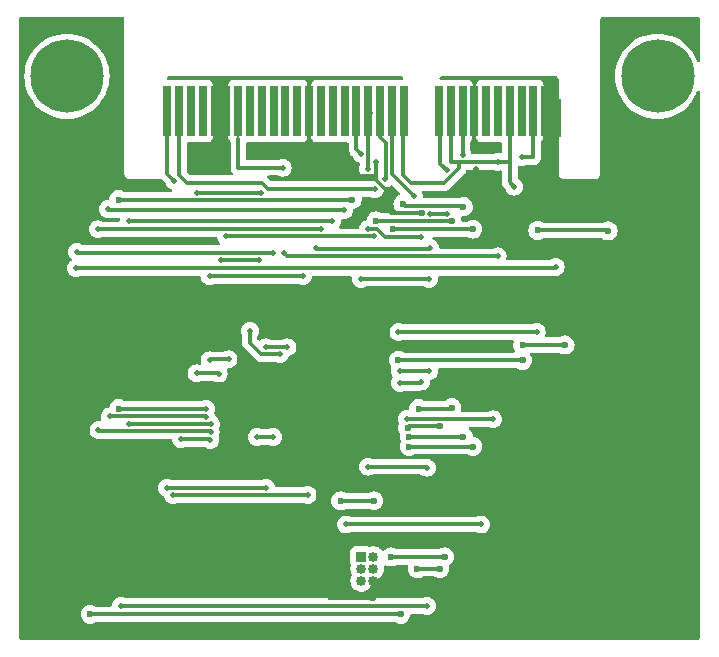
<source format=gbr>
%TF.GenerationSoftware,KiCad,Pcbnew,8.0.6*%
%TF.CreationDate,2024-10-28T16:17:03-03:00*%
%TF.ProjectId,CW312T_STM32F,43573331-3254-45f5-9354-4d3332462e6b,rev?*%
%TF.SameCoordinates,Original*%
%TF.FileFunction,Copper,L2,Bot*%
%TF.FilePolarity,Positive*%
%FSLAX46Y46*%
G04 Gerber Fmt 4.6, Leading zero omitted, Abs format (unit mm)*
G04 Created by KiCad (PCBNEW 8.0.6) date 2024-10-28 16:17:03*
%MOMM*%
%LPD*%
G01*
G04 APERTURE LIST*
%TA.AperFunction,Conductor*%
%ADD10C,0.200000*%
%TD*%
%TA.AperFunction,ConnectorPad*%
%ADD11R,0.700000X3.200000*%
%TD*%
%TA.AperFunction,ConnectorPad*%
%ADD12R,0.700000X4.300000*%
%TD*%
%TA.AperFunction,ComponentPad*%
%ADD13C,1.000000*%
%TD*%
%TA.AperFunction,ComponentPad*%
%ADD14C,6.200000*%
%TD*%
%TA.AperFunction,ComponentPad*%
%ADD15R,0.850000X0.850000*%
%TD*%
%TA.AperFunction,ComponentPad*%
%ADD16O,0.850000X0.850000*%
%TD*%
%TA.AperFunction,ViaPad*%
%ADD17C,0.600000*%
%TD*%
%TA.AperFunction,ViaPad*%
%ADD18C,0.500000*%
%TD*%
%TA.AperFunction,Conductor*%
%ADD19C,0.300000*%
%TD*%
G04 APERTURE END LIST*
D10*
%TO.N,/nRST*%
X125600000Y-63900000D02*
X125200000Y-64300000D01*
%TD*%
D11*
%TO.P,P1,A1,GND*%
%TO.N,GND*%
X157330000Y-64545000D03*
D12*
%TO.P,P1,A2,GND*%
X156330000Y-63995000D03*
%TO.P,P1,A3,FILT_LP*%
%TO.N,/FILT_HP*%
X155330000Y-63995000D03*
%TO.P,P1,A4,VCC2.5*%
%TO.N,unconnected-(P1-VCC2.5-PadA4)*%
X154330000Y-63995000D03*
%TO.P,P1,A5,VCC3.3*%
%TO.N,VCC*%
X153330000Y-63995000D03*
%TO.P,P1,A6,VCC5.0*%
%TO.N,unconnected-(P1-VCC5.0-PadA6)*%
X152330000Y-63995000D03*
%TO.P,P1,A7,VCCADJ*%
%TO.N,unconnected-(P1-VCCADJ-PadA7)*%
X151330000Y-63995000D03*
%TO.P,P1,A8,GND*%
%TO.N,GND*%
X150330000Y-63995000D03*
%TO.P,P1,A9,HDR1*%
%TO.N,/BOOT0*%
X149330000Y-63995000D03*
%TO.P,P1,A10,HDR2*%
%TO.N,VCC*%
X148330000Y-63995000D03*
%TO.P,P1,A11,HDR3*%
%TO.N,/BOOT1*%
X147330000Y-63995000D03*
%TO.P,P1,A12,HDR4*%
%TO.N,VCC*%
X144330000Y-63995000D03*
%TO.P,P1,A13,HDR5*%
%TO.N,/PC0*%
X143330000Y-63995000D03*
%TO.P,P1,A14,HDR6*%
%TO.N,/PC1*%
X142330000Y-63995000D03*
%TO.P,P1,A15,HDR7*%
%TO.N,/PC2*%
X141330000Y-63995000D03*
%TO.P,P1,A16,HDR8*%
%TO.N,/PC3*%
X140330000Y-63995000D03*
%TO.P,P1,A17,HDR9*%
%TO.N,unconnected-(P1-HDR9-PadA17)*%
X139330000Y-63995000D03*
%TO.P,P1,A18,HDR10*%
%TO.N,unconnected-(P1-HDR10-PadA18)*%
X138330000Y-63995000D03*
%TO.P,P1,A19,nRST_OUT*%
%TO.N,unconnected-(P1-nRST_OUT-PadA19)*%
X137330000Y-63995000D03*
%TO.P,P1,A20,GND*%
%TO.N,GND*%
X136330000Y-63995000D03*
%TO.P,P1,A21,TRACECLK*%
%TO.N,unconnected-(P1-TRACECLK-PadA21)*%
X135330000Y-63995000D03*
%TO.P,P1,A22,TRACED0*%
%TO.N,unconnected-(P1-TRACED0-PadA22)*%
X134330000Y-63995000D03*
%TO.P,P1,A23,TRACED1*%
%TO.N,unconnected-(P1-TRACED1-PadA23)*%
X133330000Y-63995000D03*
%TO.P,P1,A24,TRACED2*%
%TO.N,unconnected-(P1-TRACED2-PadA24)*%
X132330000Y-63995000D03*
%TO.P,P1,A25,TRACED3*%
%TO.N,unconnected-(P1-TRACED3-PadA25)*%
X131330000Y-63995000D03*
%TO.P,P1,A26,JTAG_VREF*%
%TO.N,VCC*%
X130330000Y-63995000D03*
%TO.P,P1,A27,GND*%
%TO.N,GND*%
X129330000Y-63995000D03*
%TO.P,P1,A28,GND*%
X128330000Y-63995000D03*
%TO.P,P1,A29,CLKIN*%
%TO.N,unconnected-(P1-CLKIN-PadA29)*%
X127330000Y-63995000D03*
%TO.P,P1,A30,CLKIN_n*%
%TO.N,unconnected-(P1-CLKIN_n-PadA30)*%
X126330000Y-63995000D03*
%TO.P,P1,A31,JTAG_nRST*%
%TO.N,/nRST*%
X125330000Y-63995000D03*
%TO.P,P1,A32,JTAG_TRST*%
%TO.N,/TRST*%
X124330000Y-63995000D03*
D13*
%TO.P,P1,MH*%
%TO.N,N/C*%
X113480000Y-61045000D03*
X114170000Y-59385000D03*
X114170000Y-62705000D03*
X115830000Y-58695000D03*
D14*
X115830000Y-61045000D03*
D13*
X115830000Y-63395000D03*
X117490000Y-59385000D03*
X117490000Y-62705000D03*
X118180000Y-61045000D03*
X163480000Y-61045000D03*
X164170000Y-59385000D03*
X164170000Y-62705000D03*
X165830000Y-58705000D03*
D14*
X165830000Y-61045000D03*
D13*
X165830000Y-63405000D03*
X167490000Y-59385000D03*
X167490000Y-62705000D03*
X168180000Y-61045000D03*
%TD*%
D15*
%TO.P,J1,1*%
%TO.N,unconnected-(J1-Pad1)*%
X140750000Y-101750000D03*
D16*
%TO.P,J1,2*%
%TO.N,/CAN RX*%
X141750000Y-101750000D03*
%TO.P,J1,3*%
%TO.N,/CAN TX*%
X140750000Y-102750000D03*
%TO.P,J1,4*%
%TO.N,VCC*%
X141750000Y-102750000D03*
%TO.P,J1,5*%
%TO.N,unconnected-(J1-Pad5)*%
X140750000Y-103750000D03*
%TO.P,J1,6*%
%TO.N,GND*%
X141750000Y-103750000D03*
%TD*%
D17*
%TO.N,GND*%
X135200000Y-67000000D03*
X134330000Y-67000000D03*
X146730000Y-71100000D03*
X145851668Y-72650000D03*
D18*
X150515000Y-66985000D03*
D17*
X155300000Y-68900000D03*
X157330000Y-70100000D03*
X155730000Y-70200000D03*
D18*
%TO.N,VCC*%
X152300000Y-68300000D03*
D17*
X147400000Y-102750000D03*
X158000000Y-83800000D03*
X143900000Y-85100000D03*
X144100000Y-106600000D03*
X154400000Y-83800000D03*
D18*
X134100000Y-68800000D03*
D17*
X117800000Y-106600000D03*
D18*
X152300000Y-76300000D03*
X134200000Y-76000000D03*
X153700000Y-70400000D03*
D17*
X154400000Y-85100000D03*
X145500000Y-102750000D03*
%TO.N,GND*%
X122800000Y-104275000D03*
D18*
X140800000Y-86762500D03*
D17*
X140319240Y-95780760D03*
X117850000Y-69150000D03*
X125700000Y-104262500D03*
D18*
X135730000Y-67700000D03*
D17*
X161700000Y-79300000D03*
D18*
X128300000Y-67700000D03*
D17*
X164400000Y-91050000D03*
X164400000Y-79300000D03*
D18*
X142000000Y-68300000D03*
X150500000Y-68900000D03*
D17*
X131500000Y-104275000D03*
X128650000Y-104275000D03*
X159100000Y-91100000D03*
X141700000Y-105200000D03*
X160800000Y-85100000D03*
X138200000Y-105100000D03*
X139700000Y-79100000D03*
D18*
%TO.N,/FILT_HP*%
X154330000Y-67900000D03*
D17*
X155700000Y-74100000D03*
X161650000Y-74150000D03*
D18*
%TO.N,Net-(U1B-VDD_1)*%
X120400000Y-105900000D03*
X146300000Y-94200000D03*
X146300000Y-105900000D03*
X132650000Y-84000000D03*
X141300000Y-94100000D03*
X134500000Y-84000000D03*
D17*
%TO.N,/CAN RX*%
X139000000Y-97000000D03*
X147800000Y-101750000D03*
X143250000Y-101750000D03*
X141800000Y-97000000D03*
D18*
%TO.N,Net-(U1A-VSS_1)*%
X133300000Y-91600000D03*
X131900000Y-91600000D03*
X116650000Y-75900000D03*
X133300000Y-76000000D03*
%TO.N,Net-(P1-SHUNTL)*%
X116600000Y-77300000D03*
X157200000Y-77200000D03*
%TO.N,/PC3*%
X146500000Y-78200000D03*
X144000000Y-86014147D03*
X146500000Y-86000000D03*
X140700000Y-78200000D03*
X140730000Y-67596092D03*
D17*
%TO.N,/TX*%
X139980000Y-71500000D03*
X120200000Y-71500000D03*
X120200000Y-89200000D03*
D18*
X127600000Y-89200000D03*
%TO.N,/BOOT1*%
X136930000Y-75600000D03*
X147980000Y-69000000D03*
X147980000Y-72678630D03*
X146600000Y-72700000D03*
X146600000Y-75600000D03*
%TO.N,/PC1*%
X142730000Y-69718528D03*
D17*
%TO.N,/LED2*%
X149400000Y-91600000D03*
X149400000Y-72100000D03*
X144800000Y-91599997D03*
X144280000Y-71850000D03*
D18*
%TO.N,/TCK*%
X132700000Y-95900000D03*
X124300000Y-95900000D03*
D17*
%TO.N,/nRST*%
X148400000Y-89100000D03*
X145600000Y-89200000D03*
X142000000Y-73300000D03*
D18*
X141930000Y-70615585D03*
D17*
X148400000Y-73300000D03*
%TO.N,/LED3*%
X150200000Y-74000000D03*
X150200000Y-92400000D03*
X144800000Y-92400000D03*
X143450000Y-74000000D03*
D18*
%TO.N,/BOOT0*%
X131330000Y-82600000D03*
X133850000Y-84600000D03*
X150900000Y-99000000D03*
X149330001Y-67700000D03*
X139425000Y-99000000D03*
%TO.N,/GPIO3*%
X138300000Y-73300000D03*
X121100000Y-90500000D03*
X128013051Y-90473899D03*
X121100000Y-73300000D03*
%TO.N,/TRST*%
X136200000Y-96500000D03*
X124930000Y-69900000D03*
X124800000Y-96500000D03*
%TO.N,/PC0*%
X145200000Y-71200000D03*
%TO.N,/PC2*%
X141296572Y-68900000D03*
X145837500Y-86900000D03*
X141305024Y-74000000D03*
X144000000Y-87014147D03*
X145837500Y-74700000D03*
%TO.N,/MISO*%
X128850000Y-76600000D03*
X132050000Y-76600000D03*
D17*
%TO.N,/LED1*%
X147400000Y-90700000D03*
X144668480Y-90810880D03*
D18*
%TO.N,/SCK*%
X127900000Y-78000000D03*
X135800000Y-78000000D03*
X127900000Y-85100000D03*
X129511274Y-85022493D03*
%TO.N,/TMS*%
X127974234Y-91873332D03*
X125500000Y-91800000D03*
%TO.N,/MOSI*%
X128677165Y-86219586D03*
X126800000Y-86200000D03*
X126800000Y-70900000D03*
X132300000Y-70900000D03*
%TO.N,Net-(P1-CLKOUT)*%
X129300000Y-74600000D03*
X141800000Y-74600000D03*
X155600000Y-82700000D03*
X143900000Y-82700000D03*
%TO.N,/GPIO4*%
X137300000Y-74000000D03*
X118450000Y-74000000D03*
X127998463Y-91173749D03*
X118500000Y-91000000D03*
%TO.N,/RX*%
X139300000Y-72400000D03*
X119300000Y-72300000D03*
X127600000Y-89900000D03*
X119450000Y-89850000D03*
%TO.N,/CLKI*%
X151900000Y-90100000D03*
X144596564Y-90064333D03*
%TD*%
D19*
%TO.N,GND*%
X150500000Y-71100000D02*
X146730000Y-71100000D01*
X150500000Y-68900000D02*
X150500000Y-71100000D01*
X150330000Y-66800000D02*
X150330000Y-63995000D01*
X150515000Y-66985000D02*
X150330000Y-66800000D01*
%TO.N,/BOOT0*%
X149330001Y-67700000D02*
X149330000Y-67699999D01*
X149330000Y-67699999D02*
X149330000Y-63995000D01*
X131300000Y-83600000D02*
X132300000Y-84600000D01*
X131300000Y-82630000D02*
X131300000Y-83600000D01*
X132300000Y-84600000D02*
X133850000Y-84600000D01*
X131330000Y-82600000D02*
X131300000Y-82630000D01*
%TO.N,GND*%
X143300000Y-72650000D02*
X145851668Y-72650000D01*
X143300000Y-71137057D02*
X143300000Y-72650000D01*
X142000000Y-69837057D02*
X143300000Y-71137057D01*
X142000000Y-69500000D02*
X142000000Y-69837057D01*
%TO.N,/nRST*%
X125330000Y-69451471D02*
X125330000Y-63995000D01*
X125978529Y-70100000D02*
X125330000Y-69451471D01*
X132348529Y-70100000D02*
X125978529Y-70100000D01*
X132848529Y-70600000D02*
X132348529Y-70100000D01*
X141574365Y-70600000D02*
X132848529Y-70600000D01*
X141589950Y-70615585D02*
X141574365Y-70600000D01*
X141930000Y-70615585D02*
X141589950Y-70615585D01*
%TO.N,GND*%
X136330000Y-69530000D02*
X141970000Y-69530000D01*
X141970000Y-69530000D02*
X142000000Y-69500000D01*
X142000000Y-68300000D02*
X142000000Y-69500000D01*
X136330000Y-63995000D02*
X136330000Y-69530000D01*
%TO.N,/PC2*%
X141330000Y-68400000D02*
X141330000Y-63995000D01*
X141330000Y-68866572D02*
X141330000Y-68400000D01*
%TO.N,/PC0*%
X143330000Y-69330000D02*
X143330000Y-63995000D01*
X145200000Y-71200000D02*
X143330000Y-69330000D01*
X143400000Y-64065000D02*
X143330000Y-63995000D01*
%TO.N,/PC1*%
X142330000Y-66195000D02*
X142330000Y-63995000D01*
X142830003Y-66695003D02*
X142330000Y-66195000D01*
X142830003Y-69618525D02*
X142830003Y-66695003D01*
X142730000Y-69718528D02*
X142830003Y-69618525D01*
%TO.N,/SCK*%
X135800000Y-78000000D02*
X127900000Y-78000000D01*
%TO.N,/PC3*%
X140700000Y-78200000D02*
X146500000Y-78200000D01*
X140330000Y-67196092D02*
X140330000Y-63995000D01*
X140730000Y-67596092D02*
X140330000Y-67196092D01*
%TO.N,/LED2*%
X149300000Y-72000000D02*
X144430000Y-72000000D01*
X149400000Y-72100000D02*
X149300000Y-72000000D01*
X144430000Y-72000000D02*
X144280000Y-71850000D01*
%TO.N,/BOOT1*%
X146621370Y-72678630D02*
X146600000Y-72700000D01*
X147980000Y-72678630D02*
X146621370Y-72678630D01*
%TO.N,/LED3*%
X150200000Y-74000000D02*
X143450000Y-74000000D01*
%TO.N,/nRST*%
X148400000Y-73300000D02*
X142000000Y-73300000D01*
%TO.N,/PC2*%
X142048529Y-74000000D02*
X141305024Y-74000000D01*
X145837500Y-74700000D02*
X142748529Y-74700000D01*
X142748529Y-74700000D02*
X142048529Y-74000000D01*
X141296572Y-68900000D02*
X141330000Y-68866572D01*
D10*
%TO.N,GND*%
X157330000Y-64545000D02*
X157330000Y-70100000D01*
D19*
X156330000Y-69600000D02*
X156330000Y-63995000D01*
X155730000Y-70200000D02*
X156330000Y-69600000D01*
X136330000Y-67100000D02*
X136330000Y-63995000D01*
X135730000Y-67700000D02*
X136330000Y-67100000D01*
%TO.N,Net-(U1B-VDD_1)*%
X132650000Y-84000000D02*
X134500000Y-84000000D01*
%TO.N,VCC*%
X117800000Y-106600000D02*
X144100000Y-106600000D01*
X148330000Y-68300000D02*
X148330000Y-63995000D01*
X153330000Y-70030000D02*
X153700000Y-70400000D01*
X149000000Y-68300000D02*
X148330000Y-68300000D01*
X149000000Y-68300000D02*
X149000000Y-68828529D01*
X152300000Y-76300000D02*
X134500000Y-76300000D01*
X154400000Y-83800000D02*
X158000000Y-83800000D01*
X153330000Y-63995000D02*
X153330000Y-68300000D01*
X144280000Y-69443604D02*
X144280000Y-63995000D01*
X144936396Y-70100000D02*
X144280000Y-69443604D01*
D10*
X130330000Y-66345000D02*
X130330000Y-63995000D01*
D19*
X153330000Y-68300000D02*
X149000000Y-68300000D01*
X149000000Y-68828529D02*
X147728529Y-70100000D01*
X145500000Y-102750000D02*
X147400000Y-102750000D01*
X153330000Y-63995000D02*
X153330000Y-70030000D01*
X134100000Y-68800000D02*
X130330000Y-68800000D01*
X134500000Y-76300000D02*
X134200000Y-76000000D01*
X144936396Y-70100000D02*
X147728529Y-70100000D01*
X130330000Y-68800000D02*
X130330000Y-66345000D01*
X154400000Y-85100000D02*
X143900000Y-85100000D01*
%TO.N,GND*%
X129400000Y-64065000D02*
X129330000Y-63995000D01*
X128330000Y-67670000D02*
X128330000Y-63995000D01*
X141700000Y-105200000D02*
X138300000Y-105200000D01*
D10*
X138300000Y-105200000D02*
X138200000Y-105100000D01*
D19*
X128400000Y-64065000D02*
X128330000Y-63995000D01*
X128300000Y-67700000D02*
X128330000Y-67670000D01*
%TO.N,/FILT_HP*%
X155330000Y-63995000D02*
X155330000Y-67900000D01*
X161600000Y-74100000D02*
X155700000Y-74100000D01*
X155330000Y-67900000D02*
X154330000Y-67900000D01*
X161650000Y-74150000D02*
X161600000Y-74100000D01*
%TO.N,Net-(U1B-VDD_1)*%
X141300000Y-94100000D02*
X146200000Y-94100000D01*
X146200000Y-94100000D02*
X146300000Y-94200000D01*
X146300000Y-105900000D02*
X120400000Y-105900000D01*
%TO.N,/CAN RX*%
X143250000Y-101750000D02*
X147800000Y-101750000D01*
X139000000Y-97000000D02*
X141800000Y-97000000D01*
%TO.N,Net-(U1A-VSS_1)*%
X133300000Y-91600000D02*
X131900000Y-91600000D01*
X133300000Y-76000000D02*
X116650000Y-76000000D01*
%TO.N,Net-(P1-SHUNTL)*%
X157200000Y-77200000D02*
X157100000Y-77300000D01*
X157100000Y-77300000D02*
X116600000Y-77300000D01*
%TO.N,/PC3*%
X146485853Y-86014147D02*
X144000000Y-86014147D01*
X146500000Y-86000000D02*
X146485853Y-86014147D01*
%TO.N,/TX*%
X139980000Y-71500000D02*
X120200000Y-71500000D01*
X127600000Y-89200000D02*
X120200000Y-89200000D01*
D10*
%TO.N,/BOOT1*%
X146550000Y-75650000D02*
X146600000Y-75600000D01*
D19*
X147430000Y-68450000D02*
X147430000Y-64095000D01*
D10*
X136930000Y-75600000D02*
X136980000Y-75650000D01*
D19*
X147980000Y-69000000D02*
X147430000Y-68450000D01*
X136980000Y-75650000D02*
X146550000Y-75650000D01*
%TO.N,/LED2*%
X149400000Y-91600000D02*
X144800003Y-91600000D01*
X144800003Y-91600000D02*
X144800000Y-91599997D01*
%TO.N,/TCK*%
X124300000Y-95900000D02*
X132700000Y-95900000D01*
%TO.N,/nRST*%
X145600000Y-89200000D02*
X148300000Y-89200000D01*
X148300000Y-89200000D02*
X148400000Y-89100000D01*
%TO.N,/LED3*%
X150200000Y-92400000D02*
X144800000Y-92400000D01*
%TO.N,/BOOT0*%
X150900000Y-99000000D02*
X139425000Y-99000000D01*
%TO.N,/GPIO3*%
X138300000Y-73300000D02*
X121100000Y-73300000D01*
X127986950Y-90500000D02*
X121100000Y-90500000D01*
X128013051Y-90473899D02*
X127986950Y-90500000D01*
%TO.N,/TRST*%
X136200000Y-96500000D02*
X124800000Y-96500000D01*
X124930000Y-69900000D02*
X124330000Y-69300000D01*
X124330000Y-69300000D02*
X124330000Y-63995000D01*
%TO.N,/PC2*%
X141530000Y-64195000D02*
X141330000Y-63995000D01*
X145723353Y-87014147D02*
X144000000Y-87014147D01*
X145837500Y-86900000D02*
X145723353Y-87014147D01*
%TO.N,/MISO*%
X132050000Y-76600000D02*
X128850000Y-76600000D01*
%TO.N,/LED1*%
X144779360Y-90700000D02*
X144668480Y-90810880D01*
X147400000Y-90700000D02*
X144779360Y-90700000D01*
%TO.N,/SCK*%
X129511274Y-85022493D02*
X127977507Y-85022493D01*
X127977507Y-85022493D02*
X127900000Y-85100000D01*
%TO.N,/TMS*%
X127900902Y-91800000D02*
X125500000Y-91800000D01*
X127974234Y-91873332D02*
X127900902Y-91800000D01*
%TO.N,/MOSI*%
X126800000Y-70900000D02*
X132300000Y-70900000D01*
X128657579Y-86200000D02*
X126800000Y-86200000D01*
X128677165Y-86219586D02*
X128657579Y-86200000D01*
%TO.N,Net-(P1-CLKOUT)*%
X129300000Y-74600000D02*
X141800000Y-74600000D01*
X155600000Y-82700000D02*
X143900000Y-82700000D01*
%TO.N,/GPIO4*%
X118600000Y-91100000D02*
X118500000Y-91000000D01*
X127924714Y-91100000D02*
X118600000Y-91100000D01*
X127998463Y-91173749D02*
X127924714Y-91100000D01*
X137300000Y-74000000D02*
X118500000Y-74000000D01*
%TO.N,/RX*%
X119400000Y-72400000D02*
X119300000Y-72300000D01*
X127600000Y-89900000D02*
X127550000Y-89850000D01*
X139300000Y-72400000D02*
X119400000Y-72400000D01*
X127550000Y-89850000D02*
X119450000Y-89850000D01*
%TO.N,/CLKI*%
X151900000Y-90100000D02*
X144632231Y-90100000D01*
D10*
X144632231Y-90100000D02*
X144596564Y-90064333D01*
D19*
%TO.N,GND*%
X129330000Y-67700000D02*
X129330000Y-63995000D01*
X128300000Y-67700000D02*
X129330000Y-67700000D01*
%TD*%
%TA.AperFunction,Conductor*%
%TO.N,GND*%
G36*
X120622539Y-56075185D02*
G01*
X120668294Y-56127989D01*
X120679500Y-56179500D01*
X120679500Y-69179108D01*
X120679500Y-69310892D01*
X120684001Y-69327690D01*
X120713608Y-69438187D01*
X120738013Y-69480456D01*
X120779500Y-69552314D01*
X120872686Y-69645500D01*
X120986814Y-69711392D01*
X121114108Y-69745500D01*
X121114110Y-69745500D01*
X123745890Y-69745500D01*
X123745892Y-69745500D01*
X123763226Y-69740855D01*
X123833074Y-69742516D01*
X123883002Y-69772948D01*
X124182054Y-70071999D01*
X124211414Y-70118725D01*
X124249542Y-70227689D01*
X124249543Y-70227691D01*
X124339518Y-70370884D01*
X124339523Y-70370890D01*
X124459109Y-70490476D01*
X124459115Y-70490481D01*
X124602302Y-70580452D01*
X124602305Y-70580454D01*
X124602309Y-70580455D01*
X124602310Y-70580456D01*
X124673239Y-70605275D01*
X124682336Y-70608458D01*
X124739112Y-70649180D01*
X124764859Y-70714133D01*
X124751403Y-70782695D01*
X124703015Y-70833097D01*
X124641381Y-70849500D01*
X120705068Y-70849500D01*
X120639096Y-70830494D01*
X120549522Y-70774210D01*
X120549518Y-70774209D01*
X120379262Y-70714633D01*
X120379249Y-70714630D01*
X120200004Y-70694435D01*
X120199996Y-70694435D01*
X120020750Y-70714630D01*
X120020745Y-70714631D01*
X119850476Y-70774211D01*
X119697737Y-70870184D01*
X119570184Y-70997737D01*
X119474211Y-71150476D01*
X119414631Y-71320745D01*
X119414630Y-71320749D01*
X119401613Y-71436284D01*
X119374546Y-71500698D01*
X119316951Y-71540253D01*
X119292277Y-71545620D01*
X119131944Y-71563685D01*
X118972305Y-71619545D01*
X118972302Y-71619547D01*
X118829115Y-71709518D01*
X118829109Y-71709523D01*
X118709523Y-71829109D01*
X118709518Y-71829115D01*
X118619547Y-71972302D01*
X118619545Y-71972305D01*
X118563685Y-72131943D01*
X118544751Y-72299997D01*
X118544751Y-72300002D01*
X118563685Y-72468056D01*
X118619545Y-72627694D01*
X118619547Y-72627697D01*
X118709518Y-72770884D01*
X118709523Y-72770890D01*
X118829109Y-72890476D01*
X118829115Y-72890481D01*
X118972302Y-72980452D01*
X118972305Y-72980454D01*
X118972309Y-72980455D01*
X118972310Y-72980456D01*
X118994010Y-72988049D01*
X119131943Y-73036314D01*
X119299997Y-73055249D01*
X119300000Y-73055249D01*
X119300002Y-73055249D01*
X119335226Y-73051280D01*
X119349110Y-73050500D01*
X120234107Y-73050500D01*
X120301146Y-73070185D01*
X120346901Y-73122989D01*
X120357327Y-73188385D01*
X120351580Y-73239385D01*
X120324512Y-73303799D01*
X120266917Y-73343353D01*
X120228360Y-73349500D01*
X118861088Y-73349500D01*
X118795117Y-73330494D01*
X118786168Y-73324871D01*
X118777690Y-73319544D01*
X118777689Y-73319543D01*
X118777688Y-73319543D01*
X118618057Y-73263686D01*
X118450003Y-73244751D01*
X118449997Y-73244751D01*
X118281943Y-73263685D01*
X118122305Y-73319545D01*
X118122302Y-73319547D01*
X117979115Y-73409518D01*
X117979109Y-73409523D01*
X117859523Y-73529109D01*
X117859518Y-73529115D01*
X117769547Y-73672302D01*
X117769545Y-73672305D01*
X117713685Y-73831943D01*
X117694751Y-73999997D01*
X117694751Y-74000002D01*
X117713685Y-74168056D01*
X117769545Y-74327694D01*
X117769547Y-74327697D01*
X117859518Y-74470884D01*
X117859523Y-74470890D01*
X117979109Y-74590476D01*
X117979115Y-74590481D01*
X118122302Y-74680452D01*
X118122305Y-74680454D01*
X118122309Y-74680455D01*
X118122310Y-74680456D01*
X118178164Y-74700000D01*
X118281943Y-74736314D01*
X118449997Y-74755249D01*
X118450000Y-74755249D01*
X118450003Y-74755249D01*
X118550835Y-74743887D01*
X118618059Y-74736313D01*
X118777690Y-74680456D01*
X118795117Y-74669506D01*
X118861088Y-74650500D01*
X128439628Y-74650500D01*
X128506667Y-74670185D01*
X128552422Y-74722989D01*
X128562849Y-74760619D01*
X128563687Y-74768059D01*
X128619545Y-74927694D01*
X128619547Y-74927697D01*
X128709518Y-75070884D01*
X128709523Y-75070890D01*
X128776452Y-75137819D01*
X128809937Y-75199142D01*
X128804953Y-75268834D01*
X128763081Y-75324767D01*
X128697617Y-75349184D01*
X128688771Y-75349500D01*
X117212229Y-75349500D01*
X117145190Y-75329815D01*
X117124548Y-75313181D01*
X117120890Y-75309523D01*
X117120884Y-75309518D01*
X116977697Y-75219547D01*
X116977694Y-75219545D01*
X116818056Y-75163685D01*
X116650003Y-75144751D01*
X116649997Y-75144751D01*
X116481943Y-75163685D01*
X116322305Y-75219545D01*
X116322302Y-75219547D01*
X116179115Y-75309518D01*
X116179109Y-75309523D01*
X116059523Y-75429109D01*
X116059518Y-75429115D01*
X115969547Y-75572302D01*
X115969545Y-75572305D01*
X115913685Y-75731943D01*
X115894751Y-75899997D01*
X115894751Y-75900002D01*
X115913685Y-76068056D01*
X115969545Y-76227694D01*
X115969547Y-76227697D01*
X116059518Y-76370884D01*
X116059523Y-76370890D01*
X116184034Y-76495401D01*
X116181863Y-76497571D01*
X116214199Y-76543613D01*
X116217068Y-76613424D01*
X116181739Y-76673704D01*
X116162731Y-76688397D01*
X116129108Y-76709524D01*
X116009523Y-76829109D01*
X116009518Y-76829115D01*
X115919547Y-76972302D01*
X115919545Y-76972305D01*
X115863685Y-77131943D01*
X115844751Y-77299997D01*
X115844751Y-77300002D01*
X115863685Y-77468056D01*
X115919545Y-77627694D01*
X115919547Y-77627697D01*
X116009518Y-77770884D01*
X116009523Y-77770890D01*
X116129109Y-77890476D01*
X116129115Y-77890481D01*
X116272302Y-77980452D01*
X116272305Y-77980454D01*
X116272309Y-77980455D01*
X116272310Y-77980456D01*
X116317310Y-77996202D01*
X116431943Y-78036314D01*
X116599997Y-78055249D01*
X116600000Y-78055249D01*
X116600003Y-78055249D01*
X116700835Y-78043887D01*
X116768059Y-78036313D01*
X116927690Y-77980456D01*
X116945117Y-77969506D01*
X117011088Y-77950500D01*
X127028360Y-77950500D01*
X127095399Y-77970185D01*
X127141154Y-78022989D01*
X127151580Y-78060616D01*
X127163685Y-78168055D01*
X127219545Y-78327694D01*
X127219547Y-78327697D01*
X127309518Y-78470884D01*
X127309523Y-78470890D01*
X127429109Y-78590476D01*
X127429115Y-78590481D01*
X127572302Y-78680452D01*
X127572305Y-78680454D01*
X127572309Y-78680455D01*
X127572310Y-78680456D01*
X127644913Y-78705860D01*
X127731943Y-78736314D01*
X127899997Y-78755249D01*
X127900000Y-78755249D01*
X127900003Y-78755249D01*
X128000835Y-78743887D01*
X128068059Y-78736313D01*
X128227690Y-78680456D01*
X128245117Y-78669506D01*
X128311088Y-78650500D01*
X135388912Y-78650500D01*
X135454883Y-78669506D01*
X135472310Y-78680456D01*
X135631941Y-78736313D01*
X135673955Y-78741047D01*
X135799997Y-78755249D01*
X135800000Y-78755249D01*
X135800003Y-78755249D01*
X135968056Y-78736314D01*
X135968059Y-78736313D01*
X136127690Y-78680456D01*
X136127692Y-78680454D01*
X136127694Y-78680454D01*
X136127697Y-78680452D01*
X136270884Y-78590481D01*
X136270885Y-78590480D01*
X136270890Y-78590477D01*
X136390477Y-78470890D01*
X136390481Y-78470884D01*
X136480452Y-78327697D01*
X136480454Y-78327694D01*
X136480454Y-78327692D01*
X136480456Y-78327690D01*
X136536313Y-78168059D01*
X136536313Y-78168057D01*
X136536314Y-78168055D01*
X136548420Y-78060616D01*
X136575487Y-77996202D01*
X136633082Y-77956647D01*
X136671640Y-77950500D01*
X139834107Y-77950500D01*
X139901146Y-77970185D01*
X139946901Y-78022989D01*
X139957327Y-78088384D01*
X139944751Y-78199997D01*
X139944751Y-78200002D01*
X139963685Y-78368056D01*
X140019545Y-78527694D01*
X140019547Y-78527697D01*
X140109518Y-78670884D01*
X140109523Y-78670890D01*
X140229109Y-78790476D01*
X140229115Y-78790481D01*
X140372302Y-78880452D01*
X140372305Y-78880454D01*
X140372309Y-78880455D01*
X140372310Y-78880456D01*
X140444913Y-78905860D01*
X140531943Y-78936314D01*
X140699997Y-78955249D01*
X140700000Y-78955249D01*
X140700003Y-78955249D01*
X140800835Y-78943887D01*
X140868059Y-78936313D01*
X141027690Y-78880456D01*
X141045117Y-78869506D01*
X141111088Y-78850500D01*
X146088912Y-78850500D01*
X146154883Y-78869506D01*
X146172310Y-78880456D01*
X146331941Y-78936313D01*
X146373955Y-78941047D01*
X146499997Y-78955249D01*
X146500000Y-78955249D01*
X146500003Y-78955249D01*
X146668056Y-78936314D01*
X146668059Y-78936313D01*
X146827690Y-78880456D01*
X146827692Y-78880454D01*
X146827694Y-78880454D01*
X146827697Y-78880452D01*
X146970884Y-78790481D01*
X146970885Y-78790480D01*
X146970890Y-78790477D01*
X147090477Y-78670890D01*
X147180452Y-78527697D01*
X147180454Y-78527694D01*
X147180454Y-78527692D01*
X147180456Y-78527690D01*
X147236313Y-78368059D01*
X147236313Y-78368058D01*
X147236314Y-78368056D01*
X147255249Y-78200002D01*
X147255249Y-78199997D01*
X147242673Y-78088384D01*
X147254727Y-78019562D01*
X147302076Y-77968182D01*
X147365893Y-77950500D01*
X157150890Y-77950500D01*
X157164774Y-77951280D01*
X157199998Y-77955249D01*
X157200000Y-77955249D01*
X157200003Y-77955249D01*
X157368056Y-77936314D01*
X157368059Y-77936313D01*
X157527690Y-77880456D01*
X157527692Y-77880454D01*
X157527694Y-77880454D01*
X157527697Y-77880452D01*
X157670884Y-77790481D01*
X157670885Y-77790480D01*
X157670890Y-77790477D01*
X157790477Y-77670890D01*
X157880452Y-77527697D01*
X157880454Y-77527694D01*
X157880454Y-77527692D01*
X157880456Y-77527690D01*
X157936313Y-77368059D01*
X157936313Y-77368058D01*
X157936314Y-77368056D01*
X157955249Y-77200002D01*
X157955249Y-77199997D01*
X157936314Y-77031943D01*
X157880454Y-76872305D01*
X157880452Y-76872302D01*
X157790481Y-76729115D01*
X157790476Y-76729109D01*
X157670890Y-76609523D01*
X157670884Y-76609518D01*
X157527697Y-76519547D01*
X157527694Y-76519545D01*
X157368056Y-76463685D01*
X157200003Y-76444751D01*
X157199997Y-76444751D01*
X157031943Y-76463685D01*
X156872305Y-76519545D01*
X156872302Y-76519547D01*
X156729115Y-76609518D01*
X156729109Y-76609523D01*
X156725452Y-76613181D01*
X156664129Y-76646666D01*
X156637771Y-76649500D01*
X153147586Y-76649500D01*
X153080547Y-76629815D01*
X153034792Y-76577011D01*
X153024848Y-76507853D01*
X153030545Y-76484544D01*
X153036313Y-76468058D01*
X153055249Y-76300002D01*
X153055249Y-76299997D01*
X153036314Y-76131943D01*
X152980454Y-75972305D01*
X152980452Y-75972302D01*
X152890481Y-75829115D01*
X152890476Y-75829109D01*
X152770890Y-75709523D01*
X152770884Y-75709518D01*
X152627697Y-75619547D01*
X152627694Y-75619545D01*
X152468056Y-75563685D01*
X152300003Y-75544751D01*
X152299997Y-75544751D01*
X152131942Y-75563686D01*
X151972311Y-75619543D01*
X151954883Y-75630494D01*
X151888912Y-75649500D01*
X147471640Y-75649500D01*
X147404601Y-75629815D01*
X147358846Y-75577011D01*
X147348420Y-75539384D01*
X147336314Y-75431944D01*
X147323875Y-75396396D01*
X147280456Y-75272310D01*
X147280455Y-75272309D01*
X147280454Y-75272305D01*
X147280452Y-75272302D01*
X147190481Y-75129115D01*
X147190476Y-75129109D01*
X147070890Y-75009523D01*
X147070884Y-75009518D01*
X146927697Y-74919547D01*
X146927694Y-74919545D01*
X146847664Y-74891542D01*
X146790888Y-74850820D01*
X146765141Y-74785867D01*
X146778597Y-74717305D01*
X146826985Y-74666903D01*
X146888619Y-74650500D01*
X149694932Y-74650500D01*
X149760904Y-74669506D01*
X149850477Y-74725789D01*
X149850481Y-74725790D01*
X150020737Y-74785366D01*
X150020743Y-74785367D01*
X150020745Y-74785368D01*
X150020746Y-74785368D01*
X150020750Y-74785369D01*
X150199996Y-74805565D01*
X150200000Y-74805565D01*
X150200004Y-74805565D01*
X150379249Y-74785369D01*
X150379252Y-74785368D01*
X150379255Y-74785368D01*
X150549522Y-74725789D01*
X150702262Y-74629816D01*
X150829816Y-74502262D01*
X150925789Y-74349522D01*
X150985368Y-74179255D01*
X150985369Y-74179249D01*
X150994299Y-74099996D01*
X154894435Y-74099996D01*
X154894435Y-74100003D01*
X154914630Y-74279249D01*
X154914631Y-74279254D01*
X154974211Y-74449523D01*
X155062778Y-74590476D01*
X155070184Y-74602262D01*
X155197738Y-74729816D01*
X155350478Y-74825789D01*
X155493367Y-74875788D01*
X155520745Y-74885368D01*
X155520750Y-74885369D01*
X155699996Y-74905565D01*
X155700000Y-74905565D01*
X155700004Y-74905565D01*
X155879249Y-74885369D01*
X155879251Y-74885368D01*
X155879255Y-74885368D01*
X155879258Y-74885366D01*
X155879262Y-74885366D01*
X155969377Y-74853832D01*
X156049522Y-74825789D01*
X156139096Y-74769505D01*
X156205068Y-74750500D01*
X161067588Y-74750500D01*
X161134627Y-74770185D01*
X161144903Y-74777555D01*
X161147736Y-74779814D01*
X161147738Y-74779816D01*
X161300478Y-74875789D01*
X161425531Y-74919547D01*
X161470745Y-74935368D01*
X161470750Y-74935369D01*
X161649996Y-74955565D01*
X161650000Y-74955565D01*
X161650004Y-74955565D01*
X161829249Y-74935369D01*
X161829252Y-74935368D01*
X161829255Y-74935368D01*
X161999522Y-74875789D01*
X162152262Y-74779816D01*
X162279816Y-74652262D01*
X162375789Y-74499522D01*
X162435368Y-74329255D01*
X162435544Y-74327694D01*
X162455565Y-74150003D01*
X162455565Y-74149996D01*
X162435369Y-73970750D01*
X162435368Y-73970745D01*
X162382882Y-73820750D01*
X162375789Y-73800478D01*
X162279816Y-73647738D01*
X162152262Y-73520184D01*
X161999523Y-73424211D01*
X161829254Y-73364631D01*
X161829249Y-73364630D01*
X161650004Y-73344435D01*
X161649996Y-73344435D01*
X161470750Y-73364630D01*
X161470745Y-73364631D01*
X161300474Y-73424212D01*
X161290477Y-73430494D01*
X161224506Y-73449500D01*
X156205068Y-73449500D01*
X156139096Y-73430494D01*
X156049522Y-73374210D01*
X156049518Y-73374209D01*
X155879262Y-73314633D01*
X155879249Y-73314630D01*
X155700004Y-73294435D01*
X155699996Y-73294435D01*
X155520750Y-73314630D01*
X155520745Y-73314631D01*
X155350476Y-73374211D01*
X155197737Y-73470184D01*
X155070184Y-73597737D01*
X154974211Y-73750476D01*
X154914631Y-73920745D01*
X154914630Y-73920750D01*
X154894435Y-74099996D01*
X150994299Y-74099996D01*
X151005565Y-74000003D01*
X151005565Y-73999996D01*
X150985369Y-73820750D01*
X150985368Y-73820745D01*
X150963947Y-73759527D01*
X150925789Y-73650478D01*
X150924067Y-73647738D01*
X150849528Y-73529110D01*
X150829816Y-73497738D01*
X150702262Y-73370184D01*
X150693426Y-73364632D01*
X150549523Y-73274211D01*
X150379254Y-73214631D01*
X150379249Y-73214630D01*
X150200004Y-73194435D01*
X150199996Y-73194435D01*
X150020750Y-73214630D01*
X150020737Y-73214633D01*
X149850481Y-73274209D01*
X149850477Y-73274210D01*
X149760904Y-73330494D01*
X149694932Y-73349500D01*
X149321956Y-73349500D01*
X149254917Y-73329815D01*
X149209162Y-73277011D01*
X149198736Y-73239384D01*
X149185369Y-73120749D01*
X149185366Y-73120737D01*
X149163353Y-73057828D01*
X149159791Y-72988049D01*
X149194519Y-72927422D01*
X149256512Y-72895194D01*
X149294277Y-72893653D01*
X149307954Y-72895194D01*
X149399997Y-72905565D01*
X149400000Y-72905565D01*
X149400004Y-72905565D01*
X149579249Y-72885369D01*
X149579252Y-72885368D01*
X149579255Y-72885368D01*
X149749522Y-72825789D01*
X149902262Y-72729816D01*
X150029816Y-72602262D01*
X150125789Y-72449522D01*
X150185368Y-72279255D01*
X150205565Y-72100000D01*
X150197593Y-72029249D01*
X150185369Y-71920750D01*
X150185368Y-71920745D01*
X150153305Y-71829115D01*
X150125789Y-71750478D01*
X150029816Y-71597738D01*
X149902262Y-71470184D01*
X149848311Y-71436284D01*
X149749523Y-71374211D01*
X149579254Y-71314631D01*
X149579249Y-71314630D01*
X149400004Y-71294435D01*
X149399996Y-71294435D01*
X149220750Y-71314630D01*
X149220745Y-71314631D01*
X149140983Y-71342542D01*
X149100028Y-71349500D01*
X146077160Y-71349500D01*
X146010121Y-71329815D01*
X145964366Y-71277011D01*
X145953940Y-71211613D01*
X145954566Y-71206066D01*
X145955249Y-71200000D01*
X145946709Y-71124211D01*
X145936313Y-71031942D01*
X145924344Y-70997737D01*
X145895553Y-70915454D01*
X145891992Y-70845676D01*
X145926721Y-70785048D01*
X145988714Y-70752821D01*
X146012595Y-70750500D01*
X147792600Y-70750500D01*
X147907268Y-70727690D01*
X147918273Y-70725501D01*
X148036656Y-70676465D01*
X148068407Y-70655250D01*
X148068408Y-70655250D01*
X148138437Y-70608458D01*
X148143198Y-70605277D01*
X149505277Y-69243198D01*
X149576466Y-69136655D01*
X149617826Y-69036802D01*
X149621868Y-69027044D01*
X149665711Y-68972642D01*
X149732006Y-68950579D01*
X149736428Y-68950500D01*
X151888912Y-68950500D01*
X151954883Y-68969506D01*
X151972310Y-68980456D01*
X152131941Y-69036313D01*
X152173955Y-69041047D01*
X152299997Y-69055249D01*
X152300000Y-69055249D01*
X152300003Y-69055249D01*
X152426044Y-69041047D01*
X152468059Y-69036313D01*
X152514544Y-69020046D01*
X152584322Y-69016484D01*
X152644950Y-69051212D01*
X152677178Y-69113205D01*
X152679500Y-69137088D01*
X152679500Y-70094071D01*
X152696803Y-70181055D01*
X152696803Y-70181056D01*
X152704497Y-70219737D01*
X152704498Y-70219742D01*
X152738820Y-70302601D01*
X152753535Y-70338127D01*
X152824723Y-70444669D01*
X152952057Y-70572003D01*
X152981416Y-70618728D01*
X153019543Y-70727688D01*
X153019548Y-70727699D01*
X153109518Y-70870884D01*
X153109523Y-70870890D01*
X153229109Y-70990476D01*
X153229115Y-70990481D01*
X153372302Y-71080452D01*
X153372305Y-71080454D01*
X153372309Y-71080455D01*
X153372310Y-71080456D01*
X153430007Y-71100645D01*
X153531943Y-71136314D01*
X153699997Y-71155249D01*
X153700000Y-71155249D01*
X153700003Y-71155249D01*
X153868056Y-71136314D01*
X153868059Y-71136313D01*
X154027690Y-71080456D01*
X154027692Y-71080454D01*
X154027694Y-71080454D01*
X154027697Y-71080452D01*
X154170884Y-70990481D01*
X154170885Y-70990480D01*
X154170890Y-70990477D01*
X154290477Y-70870890D01*
X154290921Y-70870184D01*
X154380452Y-70727697D01*
X154380454Y-70727694D01*
X154380454Y-70727692D01*
X154380456Y-70727690D01*
X154436313Y-70568059D01*
X154436313Y-70568058D01*
X154436314Y-70568056D01*
X154455249Y-70400002D01*
X154455249Y-70399997D01*
X154436314Y-70231943D01*
X154380454Y-70072305D01*
X154380452Y-70072302D01*
X154290481Y-69929115D01*
X154290476Y-69929109D01*
X154170890Y-69809523D01*
X154038528Y-69726354D01*
X153992237Y-69674019D01*
X153980500Y-69621360D01*
X153980500Y-68747586D01*
X154000185Y-68680547D01*
X154052989Y-68634792D01*
X154122147Y-68624848D01*
X154145456Y-68630545D01*
X154161941Y-68636313D01*
X154329997Y-68655249D01*
X154330000Y-68655249D01*
X154330003Y-68655249D01*
X154430835Y-68643887D01*
X154498059Y-68636313D01*
X154657690Y-68580456D01*
X154675117Y-68569506D01*
X154741088Y-68550500D01*
X155394071Y-68550500D01*
X155478615Y-68533682D01*
X155519744Y-68525501D01*
X155638127Y-68476465D01*
X155744669Y-68405276D01*
X155835276Y-68314669D01*
X155906465Y-68208127D01*
X155955501Y-68089744D01*
X155968280Y-68025500D01*
X155980500Y-67964071D01*
X155980500Y-66607320D01*
X156000185Y-66540281D01*
X156030192Y-66508051D01*
X156037546Y-66502546D01*
X156123796Y-66387331D01*
X156174091Y-66252483D01*
X156180500Y-66192873D01*
X156180499Y-61797128D01*
X156174091Y-61737517D01*
X156123796Y-61602669D01*
X156123795Y-61602668D01*
X156123793Y-61602664D01*
X156037547Y-61487455D01*
X156037544Y-61487452D01*
X155922335Y-61401206D01*
X155922328Y-61401202D01*
X155787482Y-61350908D01*
X155787483Y-61350908D01*
X155727883Y-61344501D01*
X155727881Y-61344500D01*
X155727873Y-61344500D01*
X155727864Y-61344500D01*
X154932129Y-61344500D01*
X154932123Y-61344501D01*
X154872520Y-61350908D01*
X154864974Y-61352692D01*
X154864628Y-61351230D01*
X154803622Y-61355584D01*
X154788600Y-61351172D01*
X154787482Y-61350908D01*
X154727883Y-61344501D01*
X154727881Y-61344500D01*
X154727873Y-61344500D01*
X154727864Y-61344500D01*
X153932129Y-61344500D01*
X153932123Y-61344501D01*
X153872520Y-61350908D01*
X153864974Y-61352692D01*
X153864628Y-61351230D01*
X153803622Y-61355584D01*
X153788600Y-61351172D01*
X153787482Y-61350908D01*
X153727883Y-61344501D01*
X153727881Y-61344500D01*
X153727873Y-61344500D01*
X153727864Y-61344500D01*
X152932129Y-61344500D01*
X152932123Y-61344501D01*
X152872520Y-61350908D01*
X152864974Y-61352692D01*
X152864628Y-61351230D01*
X152803622Y-61355584D01*
X152788600Y-61351172D01*
X152787482Y-61350908D01*
X152727883Y-61344501D01*
X152727881Y-61344500D01*
X152727873Y-61344500D01*
X152727864Y-61344500D01*
X151932129Y-61344500D01*
X151932123Y-61344501D01*
X151872520Y-61350908D01*
X151864974Y-61352692D01*
X151864628Y-61351230D01*
X151803622Y-61355584D01*
X151788600Y-61351172D01*
X151787482Y-61350908D01*
X151727883Y-61344501D01*
X151727881Y-61344500D01*
X151727873Y-61344500D01*
X151727864Y-61344500D01*
X150932129Y-61344500D01*
X150932123Y-61344501D01*
X150872516Y-61350908D01*
X150737671Y-61401202D01*
X150737664Y-61401206D01*
X150622455Y-61487452D01*
X150622452Y-61487455D01*
X150536206Y-61602664D01*
X150536202Y-61602671D01*
X150485908Y-61737517D01*
X150479771Y-61794607D01*
X150479501Y-61797123D01*
X150479500Y-61797135D01*
X150479500Y-66192870D01*
X150479501Y-66192876D01*
X150485908Y-66252483D01*
X150536202Y-66387328D01*
X150536206Y-66387335D01*
X150622452Y-66502544D01*
X150622455Y-66502547D01*
X150737664Y-66588793D01*
X150737671Y-66588797D01*
X150872517Y-66639091D01*
X150872516Y-66639091D01*
X150879444Y-66639835D01*
X150932127Y-66645500D01*
X151727872Y-66645499D01*
X151787483Y-66639091D01*
X151787485Y-66639090D01*
X151787487Y-66639090D01*
X151795031Y-66637308D01*
X151795377Y-66638775D01*
X151856342Y-66634408D01*
X151871378Y-66638822D01*
X151872511Y-66639089D01*
X151872517Y-66639091D01*
X151932127Y-66645500D01*
X152555500Y-66645499D01*
X152622539Y-66665183D01*
X152668294Y-66717987D01*
X152679500Y-66769499D01*
X152679500Y-67462911D01*
X152659815Y-67529950D01*
X152607011Y-67575705D01*
X152537853Y-67585649D01*
X152514546Y-67579953D01*
X152468057Y-67563686D01*
X152300003Y-67544751D01*
X152299997Y-67544751D01*
X152131942Y-67563686D01*
X151972311Y-67619543D01*
X151954883Y-67630494D01*
X151888912Y-67649500D01*
X150190373Y-67649500D01*
X150123334Y-67629815D01*
X150077579Y-67577011D01*
X150067152Y-67539381D01*
X150066314Y-67531941D01*
X150010457Y-67372310D01*
X149999505Y-67354880D01*
X149980500Y-67288910D01*
X149980500Y-66607320D01*
X150000185Y-66540281D01*
X150030192Y-66508051D01*
X150037546Y-66502546D01*
X150123796Y-66387331D01*
X150174091Y-66252483D01*
X150180500Y-66192873D01*
X150180499Y-61797128D01*
X150174091Y-61737517D01*
X150123796Y-61602669D01*
X150123795Y-61602668D01*
X150123793Y-61602664D01*
X150037547Y-61487455D01*
X150037544Y-61487452D01*
X149922335Y-61401206D01*
X149922328Y-61401202D01*
X149787482Y-61350908D01*
X149787483Y-61350908D01*
X149727883Y-61344501D01*
X149727881Y-61344500D01*
X149727873Y-61344500D01*
X149727864Y-61344500D01*
X148932129Y-61344500D01*
X148932123Y-61344501D01*
X148872520Y-61350908D01*
X148864974Y-61352692D01*
X148864628Y-61351230D01*
X148803622Y-61355584D01*
X148788600Y-61351172D01*
X148787482Y-61350908D01*
X148727883Y-61344501D01*
X148727881Y-61344500D01*
X148727873Y-61344500D01*
X148727864Y-61344500D01*
X147932129Y-61344500D01*
X147932123Y-61344501D01*
X147872520Y-61350908D01*
X147864974Y-61352692D01*
X147864628Y-61351230D01*
X147803622Y-61355584D01*
X147788600Y-61351172D01*
X147787482Y-61350908D01*
X147727883Y-61344501D01*
X147727881Y-61344500D01*
X147727873Y-61344500D01*
X147727865Y-61344500D01*
X147487676Y-61344500D01*
X147420637Y-61324815D01*
X147374882Y-61272011D01*
X147364938Y-61202853D01*
X147393963Y-61139297D01*
X147399995Y-61132819D01*
X147450995Y-61081819D01*
X147512318Y-61048334D01*
X147538676Y-61045500D01*
X157221324Y-61045500D01*
X157288363Y-61065185D01*
X157309005Y-61081819D01*
X157443181Y-61215995D01*
X157476666Y-61277318D01*
X157479500Y-61303676D01*
X157479500Y-69320891D01*
X157513608Y-69448187D01*
X157531103Y-69478488D01*
X157579500Y-69562314D01*
X157672686Y-69655500D01*
X157786814Y-69721392D01*
X157914108Y-69755500D01*
X157914110Y-69755500D01*
X160555890Y-69755500D01*
X160555892Y-69755500D01*
X160683186Y-69721392D01*
X160797314Y-69655500D01*
X160890500Y-69562314D01*
X160956392Y-69448186D01*
X160990500Y-69320892D01*
X160990500Y-56179500D01*
X161010185Y-56112461D01*
X161062989Y-56066706D01*
X161114500Y-56055500D01*
X169315500Y-56055500D01*
X169382539Y-56075185D01*
X169428294Y-56127989D01*
X169439500Y-56179500D01*
X169439500Y-59732089D01*
X169419815Y-59799128D01*
X169367011Y-59844883D01*
X169297853Y-59854827D01*
X169234297Y-59825802D01*
X169199736Y-59776527D01*
X169123732Y-59578531D01*
X168952400Y-59242275D01*
X168746864Y-58925776D01*
X168509368Y-58632493D01*
X168509365Y-58632489D01*
X168242511Y-58365635D01*
X167949225Y-58128137D01*
X167949223Y-58128135D01*
X167632725Y-57922599D01*
X167296468Y-57751267D01*
X166944147Y-57616023D01*
X166579614Y-57518347D01*
X166579607Y-57518346D01*
X166206872Y-57459310D01*
X165830001Y-57439559D01*
X165829999Y-57439559D01*
X165453127Y-57459310D01*
X165080392Y-57518346D01*
X165080385Y-57518347D01*
X164715852Y-57616023D01*
X164363531Y-57751267D01*
X164027275Y-57922599D01*
X163710776Y-58128135D01*
X163417493Y-58365631D01*
X163417485Y-58365638D01*
X163150638Y-58632485D01*
X163150631Y-58632493D01*
X162913135Y-58925776D01*
X162707599Y-59242275D01*
X162536267Y-59578531D01*
X162401023Y-59930852D01*
X162303347Y-60295385D01*
X162303346Y-60295392D01*
X162244310Y-60668127D01*
X162224559Y-61044999D01*
X162224559Y-61045000D01*
X162244310Y-61421872D01*
X162303346Y-61794607D01*
X162303347Y-61794614D01*
X162401023Y-62159147D01*
X162536267Y-62511468D01*
X162707599Y-62847725D01*
X162913135Y-63164223D01*
X162913137Y-63164225D01*
X163150635Y-63457511D01*
X163417489Y-63724365D01*
X163417493Y-63724368D01*
X163710776Y-63961864D01*
X164027274Y-64167400D01*
X164027279Y-64167403D01*
X164363535Y-64338734D01*
X164715857Y-64473978D01*
X165080387Y-64571653D01*
X165453129Y-64630690D01*
X165809155Y-64649348D01*
X165829999Y-64650441D01*
X165830000Y-64650441D01*
X165830001Y-64650441D01*
X165849752Y-64649405D01*
X166206871Y-64630690D01*
X166579613Y-64571653D01*
X166944143Y-64473978D01*
X167296465Y-64338734D01*
X167632721Y-64167403D01*
X167949225Y-63961863D01*
X168242511Y-63724365D01*
X168509365Y-63457511D01*
X168746863Y-63164225D01*
X168952403Y-62847721D01*
X169123734Y-62511465D01*
X169199737Y-62313470D01*
X169242138Y-62257940D01*
X169307832Y-62234147D01*
X169375960Y-62249649D01*
X169424893Y-62299522D01*
X169439500Y-62357910D01*
X169439500Y-108620500D01*
X169419815Y-108687539D01*
X169367011Y-108733294D01*
X169315500Y-108744500D01*
X111884500Y-108744500D01*
X111817461Y-108724815D01*
X111771706Y-108672011D01*
X111760500Y-108620500D01*
X111760500Y-106599996D01*
X116994435Y-106599996D01*
X116994435Y-106600003D01*
X117014630Y-106779249D01*
X117014631Y-106779254D01*
X117074211Y-106949523D01*
X117170184Y-107102262D01*
X117297738Y-107229816D01*
X117450478Y-107325789D01*
X117620739Y-107385366D01*
X117620745Y-107385368D01*
X117620750Y-107385369D01*
X117799996Y-107405565D01*
X117800000Y-107405565D01*
X117800004Y-107405565D01*
X117979249Y-107385369D01*
X117979251Y-107385368D01*
X117979255Y-107385368D01*
X117979258Y-107385366D01*
X117979262Y-107385366D01*
X118069377Y-107353832D01*
X118149522Y-107325789D01*
X118239096Y-107269505D01*
X118305068Y-107250500D01*
X143594932Y-107250500D01*
X143660904Y-107269506D01*
X143750477Y-107325789D01*
X143750481Y-107325790D01*
X143920737Y-107385366D01*
X143920743Y-107385367D01*
X143920745Y-107385368D01*
X143920746Y-107385368D01*
X143920750Y-107385369D01*
X144099996Y-107405565D01*
X144100000Y-107405565D01*
X144100004Y-107405565D01*
X144279249Y-107385369D01*
X144279252Y-107385368D01*
X144279255Y-107385368D01*
X144449522Y-107325789D01*
X144602262Y-107229816D01*
X144729816Y-107102262D01*
X144825789Y-106949522D01*
X144885368Y-106779255D01*
X144885369Y-106779249D01*
X144898736Y-106660616D01*
X144925803Y-106596202D01*
X144983397Y-106556647D01*
X145021956Y-106550500D01*
X145888912Y-106550500D01*
X145954883Y-106569506D01*
X145972310Y-106580456D01*
X146131941Y-106636313D01*
X146173955Y-106641047D01*
X146299997Y-106655249D01*
X146300000Y-106655249D01*
X146300003Y-106655249D01*
X146468056Y-106636314D01*
X146468059Y-106636313D01*
X146627690Y-106580456D01*
X146627692Y-106580454D01*
X146627694Y-106580454D01*
X146627697Y-106580452D01*
X146770884Y-106490481D01*
X146770885Y-106490480D01*
X146770890Y-106490477D01*
X146890477Y-106370890D01*
X146890481Y-106370884D01*
X146980452Y-106227697D01*
X146980454Y-106227694D01*
X146980454Y-106227692D01*
X146980456Y-106227690D01*
X147036313Y-106068059D01*
X147036313Y-106068058D01*
X147036314Y-106068056D01*
X147055249Y-105900002D01*
X147055249Y-105899997D01*
X147036314Y-105731943D01*
X146980454Y-105572305D01*
X146980452Y-105572302D01*
X146890481Y-105429115D01*
X146890476Y-105429109D01*
X146770890Y-105309523D01*
X146770884Y-105309518D01*
X146627697Y-105219547D01*
X146627694Y-105219545D01*
X146468056Y-105163685D01*
X146300003Y-105144751D01*
X146299997Y-105144751D01*
X146131942Y-105163686D01*
X145972311Y-105219543D01*
X145954883Y-105230494D01*
X145888912Y-105249500D01*
X120811088Y-105249500D01*
X120745117Y-105230494D01*
X120736168Y-105224871D01*
X120727690Y-105219544D01*
X120727689Y-105219543D01*
X120727688Y-105219543D01*
X120568057Y-105163686D01*
X120400003Y-105144751D01*
X120399997Y-105144751D01*
X120231943Y-105163685D01*
X120072305Y-105219545D01*
X120072302Y-105219547D01*
X119929115Y-105309518D01*
X119929109Y-105309523D01*
X119809523Y-105429109D01*
X119809518Y-105429115D01*
X119719547Y-105572302D01*
X119719545Y-105572305D01*
X119663685Y-105731944D01*
X119651580Y-105839384D01*
X119624513Y-105903798D01*
X119566918Y-105943353D01*
X119528360Y-105949500D01*
X118305068Y-105949500D01*
X118239096Y-105930494D01*
X118149522Y-105874210D01*
X118149518Y-105874209D01*
X117979262Y-105814633D01*
X117979249Y-105814630D01*
X117800004Y-105794435D01*
X117799996Y-105794435D01*
X117620750Y-105814630D01*
X117620745Y-105814631D01*
X117450476Y-105874211D01*
X117297737Y-105970184D01*
X117170184Y-106097737D01*
X117074211Y-106250476D01*
X117014631Y-106420745D01*
X117014630Y-106420750D01*
X116994435Y-106599996D01*
X111760500Y-106599996D01*
X111760500Y-102750000D01*
X139819402Y-102750000D01*
X139839738Y-102943483D01*
X139899856Y-103128510D01*
X139899857Y-103128511D01*
X139934203Y-103188000D01*
X139950676Y-103255900D01*
X139934203Y-103312000D01*
X139899857Y-103371488D01*
X139899856Y-103371489D01*
X139839738Y-103556516D01*
X139819402Y-103750000D01*
X139839738Y-103943483D01*
X139899856Y-104128510D01*
X139899857Y-104128511D01*
X139980159Y-104267597D01*
X139997130Y-104296992D01*
X140042476Y-104347354D01*
X140127302Y-104441564D01*
X140127305Y-104441566D01*
X140127308Y-104441569D01*
X140245352Y-104527333D01*
X140284702Y-104555923D01*
X140352926Y-104586297D01*
X140462429Y-104635051D01*
X140652726Y-104675500D01*
X140847274Y-104675500D01*
X141037571Y-104635051D01*
X141215299Y-104555922D01*
X141372692Y-104441569D01*
X141502870Y-104296992D01*
X141600144Y-104128508D01*
X141660262Y-103943482D01*
X141676757Y-103786535D01*
X141703342Y-103721924D01*
X141760639Y-103681939D01*
X141800078Y-103675500D01*
X141847274Y-103675500D01*
X142037571Y-103635051D01*
X142201824Y-103561920D01*
X142215297Y-103555923D01*
X142215297Y-103555922D01*
X142215299Y-103555922D01*
X142372692Y-103441569D01*
X142502870Y-103296992D01*
X142600144Y-103128508D01*
X142660262Y-102943482D01*
X142680598Y-102750000D01*
X142660849Y-102562111D01*
X142673418Y-102493388D01*
X142721150Y-102442363D01*
X142788890Y-102425245D01*
X142850142Y-102444161D01*
X142896021Y-102472989D01*
X142900478Y-102475789D01*
X143070739Y-102535366D01*
X143070745Y-102535368D01*
X143070750Y-102535369D01*
X143249996Y-102555565D01*
X143250000Y-102555565D01*
X143250004Y-102555565D01*
X143429249Y-102535369D01*
X143429251Y-102535368D01*
X143429255Y-102535368D01*
X143429258Y-102535366D01*
X143429262Y-102535366D01*
X143549227Y-102493388D01*
X143599522Y-102475789D01*
X143689096Y-102419505D01*
X143755068Y-102400500D01*
X144599441Y-102400500D01*
X144666480Y-102420185D01*
X144712235Y-102472989D01*
X144722179Y-102542147D01*
X144716483Y-102565454D01*
X144714632Y-102570742D01*
X144714630Y-102570750D01*
X144694435Y-102749996D01*
X144694435Y-102750003D01*
X144714630Y-102929249D01*
X144714631Y-102929254D01*
X144774211Y-103099523D01*
X144792424Y-103128508D01*
X144870184Y-103252262D01*
X144997738Y-103379816D01*
X145150478Y-103475789D01*
X145320739Y-103535366D01*
X145320745Y-103535368D01*
X145320750Y-103535369D01*
X145499996Y-103555565D01*
X145500000Y-103555565D01*
X145500004Y-103555565D01*
X145679249Y-103535369D01*
X145679251Y-103535368D01*
X145679255Y-103535368D01*
X145679258Y-103535366D01*
X145679262Y-103535366D01*
X145769377Y-103503832D01*
X145849522Y-103475789D01*
X145939096Y-103419505D01*
X146005068Y-103400500D01*
X146894932Y-103400500D01*
X146960904Y-103419506D01*
X147050477Y-103475789D01*
X147050481Y-103475790D01*
X147220737Y-103535366D01*
X147220743Y-103535367D01*
X147220745Y-103535368D01*
X147220746Y-103535368D01*
X147220750Y-103535369D01*
X147399996Y-103555565D01*
X147400000Y-103555565D01*
X147400004Y-103555565D01*
X147579249Y-103535369D01*
X147579252Y-103535368D01*
X147579255Y-103535368D01*
X147749522Y-103475789D01*
X147902262Y-103379816D01*
X148029816Y-103252262D01*
X148125789Y-103099522D01*
X148185368Y-102929255D01*
X148205565Y-102750000D01*
X148185368Y-102570745D01*
X148184329Y-102567777D01*
X148184225Y-102565743D01*
X148183819Y-102563961D01*
X148184131Y-102563889D01*
X148180765Y-102498003D01*
X148215492Y-102437374D01*
X148235389Y-102421834D01*
X148302262Y-102379816D01*
X148429816Y-102252262D01*
X148525789Y-102099522D01*
X148585368Y-101929255D01*
X148605565Y-101750000D01*
X148585368Y-101570745D01*
X148525789Y-101400478D01*
X148429816Y-101247738D01*
X148302262Y-101120184D01*
X148269344Y-101099500D01*
X148149523Y-101024211D01*
X147979254Y-100964631D01*
X147979249Y-100964630D01*
X147800004Y-100944435D01*
X147799996Y-100944435D01*
X147620750Y-100964630D01*
X147620737Y-100964633D01*
X147450481Y-101024209D01*
X147450477Y-101024210D01*
X147360904Y-101080494D01*
X147294932Y-101099500D01*
X143755068Y-101099500D01*
X143689096Y-101080494D01*
X143599522Y-101024210D01*
X143599518Y-101024209D01*
X143429262Y-100964633D01*
X143429249Y-100964630D01*
X143250004Y-100944435D01*
X143249996Y-100944435D01*
X143070750Y-100964630D01*
X143070745Y-100964631D01*
X142900476Y-101024211D01*
X142747739Y-101120183D01*
X142672042Y-101195880D01*
X142610718Y-101229364D01*
X142541027Y-101224379D01*
X142492211Y-101191170D01*
X142372697Y-101058435D01*
X142372694Y-101058433D01*
X142372693Y-101058432D01*
X142372692Y-101058431D01*
X142247475Y-100967455D01*
X142215297Y-100944076D01*
X142074076Y-100881202D01*
X142037571Y-100864949D01*
X142037569Y-100864948D01*
X141847274Y-100824500D01*
X141652726Y-100824500D01*
X141462429Y-100864948D01*
X141456245Y-100866958D01*
X141455349Y-100864201D01*
X141398341Y-100871511D01*
X141374527Y-100865239D01*
X141282482Y-100830908D01*
X141282483Y-100830908D01*
X141222883Y-100824501D01*
X141222881Y-100824500D01*
X141222873Y-100824500D01*
X141222864Y-100824500D01*
X140277129Y-100824500D01*
X140277123Y-100824501D01*
X140217516Y-100830908D01*
X140082671Y-100881202D01*
X140082664Y-100881206D01*
X139967455Y-100967452D01*
X139967452Y-100967455D01*
X139881206Y-101082664D01*
X139881202Y-101082671D01*
X139830908Y-101217517D01*
X139824501Y-101277116D01*
X139824500Y-101277135D01*
X139824500Y-102222870D01*
X139824501Y-102222876D01*
X139830908Y-102282483D01*
X139868099Y-102382195D01*
X139873083Y-102451887D01*
X139869848Y-102463845D01*
X139839740Y-102556511D01*
X139839738Y-102556516D01*
X139819402Y-102750000D01*
X111760500Y-102750000D01*
X111760500Y-98999997D01*
X138669751Y-98999997D01*
X138669751Y-99000002D01*
X138688685Y-99168056D01*
X138744545Y-99327694D01*
X138744547Y-99327697D01*
X138834518Y-99470884D01*
X138834523Y-99470890D01*
X138954109Y-99590476D01*
X138954115Y-99590481D01*
X139097302Y-99680452D01*
X139097305Y-99680454D01*
X139097309Y-99680455D01*
X139097310Y-99680456D01*
X139169913Y-99705860D01*
X139256943Y-99736314D01*
X139424997Y-99755249D01*
X139425000Y-99755249D01*
X139425003Y-99755249D01*
X139525835Y-99743887D01*
X139593059Y-99736313D01*
X139752690Y-99680456D01*
X139770117Y-99669506D01*
X139836088Y-99650500D01*
X150488912Y-99650500D01*
X150554883Y-99669506D01*
X150572310Y-99680456D01*
X150731941Y-99736313D01*
X150773955Y-99741047D01*
X150899997Y-99755249D01*
X150900000Y-99755249D01*
X150900003Y-99755249D01*
X151068056Y-99736314D01*
X151068059Y-99736313D01*
X151227690Y-99680456D01*
X151227692Y-99680454D01*
X151227694Y-99680454D01*
X151227697Y-99680452D01*
X151370884Y-99590481D01*
X151370885Y-99590480D01*
X151370890Y-99590477D01*
X151490477Y-99470890D01*
X151580452Y-99327697D01*
X151580454Y-99327694D01*
X151580454Y-99327692D01*
X151580456Y-99327690D01*
X151636313Y-99168059D01*
X151636313Y-99168058D01*
X151636314Y-99168056D01*
X151655249Y-99000002D01*
X151655249Y-98999997D01*
X151636314Y-98831943D01*
X151580454Y-98672305D01*
X151580452Y-98672302D01*
X151490481Y-98529115D01*
X151490476Y-98529109D01*
X151370890Y-98409523D01*
X151370884Y-98409518D01*
X151227697Y-98319547D01*
X151227694Y-98319545D01*
X151068056Y-98263685D01*
X150900003Y-98244751D01*
X150899997Y-98244751D01*
X150731942Y-98263686D01*
X150572311Y-98319543D01*
X150554883Y-98330494D01*
X150488912Y-98349500D01*
X139836088Y-98349500D01*
X139770117Y-98330494D01*
X139761168Y-98324871D01*
X139752690Y-98319544D01*
X139752689Y-98319543D01*
X139752688Y-98319543D01*
X139593057Y-98263686D01*
X139425003Y-98244751D01*
X139424997Y-98244751D01*
X139256943Y-98263685D01*
X139097305Y-98319545D01*
X139097302Y-98319547D01*
X138954115Y-98409518D01*
X138954109Y-98409523D01*
X138834523Y-98529109D01*
X138834518Y-98529115D01*
X138744547Y-98672302D01*
X138744545Y-98672305D01*
X138688685Y-98831943D01*
X138669751Y-98999997D01*
X111760500Y-98999997D01*
X111760500Y-95899997D01*
X123544751Y-95899997D01*
X123544751Y-95900002D01*
X123563685Y-96068056D01*
X123619545Y-96227694D01*
X123619547Y-96227697D01*
X123709518Y-96370884D01*
X123709523Y-96370890D01*
X123829109Y-96490476D01*
X123829115Y-96490481D01*
X123972302Y-96580452D01*
X123972306Y-96580454D01*
X123972307Y-96580454D01*
X123972310Y-96580456D01*
X123985199Y-96584966D01*
X124041975Y-96625685D01*
X124059341Y-96662202D01*
X124061388Y-96661487D01*
X124063686Y-96668056D01*
X124063687Y-96668059D01*
X124088934Y-96740212D01*
X124119544Y-96827692D01*
X124119547Y-96827697D01*
X124209518Y-96970884D01*
X124209523Y-96970890D01*
X124329109Y-97090476D01*
X124329115Y-97090481D01*
X124472302Y-97180452D01*
X124472305Y-97180454D01*
X124472309Y-97180455D01*
X124472310Y-97180456D01*
X124544913Y-97205860D01*
X124631943Y-97236314D01*
X124799997Y-97255249D01*
X124800000Y-97255249D01*
X124800003Y-97255249D01*
X124900835Y-97243887D01*
X124968059Y-97236313D01*
X125127690Y-97180456D01*
X125145117Y-97169506D01*
X125211088Y-97150500D01*
X135788912Y-97150500D01*
X135854883Y-97169506D01*
X135872310Y-97180456D01*
X136031941Y-97236313D01*
X136073955Y-97241047D01*
X136199997Y-97255249D01*
X136200000Y-97255249D01*
X136200003Y-97255249D01*
X136368056Y-97236314D01*
X136368059Y-97236313D01*
X136527690Y-97180456D01*
X136527692Y-97180454D01*
X136527694Y-97180454D01*
X136527697Y-97180452D01*
X136670884Y-97090481D01*
X136670885Y-97090480D01*
X136670890Y-97090477D01*
X136761371Y-96999996D01*
X138194435Y-96999996D01*
X138194435Y-97000003D01*
X138214630Y-97179249D01*
X138214631Y-97179254D01*
X138274211Y-97349523D01*
X138370184Y-97502262D01*
X138497738Y-97629816D01*
X138650478Y-97725789D01*
X138820739Y-97785366D01*
X138820745Y-97785368D01*
X138820750Y-97785369D01*
X138999996Y-97805565D01*
X139000000Y-97805565D01*
X139000004Y-97805565D01*
X139179249Y-97785369D01*
X139179251Y-97785368D01*
X139179255Y-97785368D01*
X139179258Y-97785366D01*
X139179262Y-97785366D01*
X139269377Y-97753832D01*
X139349522Y-97725789D01*
X139439096Y-97669505D01*
X139505068Y-97650500D01*
X141294932Y-97650500D01*
X141360904Y-97669506D01*
X141450477Y-97725789D01*
X141450481Y-97725790D01*
X141620737Y-97785366D01*
X141620743Y-97785367D01*
X141620745Y-97785368D01*
X141620746Y-97785368D01*
X141620750Y-97785369D01*
X141799996Y-97805565D01*
X141800000Y-97805565D01*
X141800004Y-97805565D01*
X141979249Y-97785369D01*
X141979252Y-97785368D01*
X141979255Y-97785368D01*
X142149522Y-97725789D01*
X142302262Y-97629816D01*
X142429816Y-97502262D01*
X142525789Y-97349522D01*
X142585368Y-97179255D01*
X142585369Y-97179249D01*
X142605565Y-97000003D01*
X142605565Y-96999996D01*
X142585369Y-96820750D01*
X142585368Y-96820745D01*
X142525788Y-96650476D01*
X142481789Y-96580452D01*
X142429816Y-96497738D01*
X142302262Y-96370184D01*
X142239096Y-96330494D01*
X142149523Y-96274211D01*
X141979254Y-96214631D01*
X141979249Y-96214630D01*
X141800004Y-96194435D01*
X141799996Y-96194435D01*
X141620750Y-96214630D01*
X141620737Y-96214633D01*
X141450481Y-96274209D01*
X141450477Y-96274210D01*
X141360904Y-96330494D01*
X141294932Y-96349500D01*
X139505068Y-96349500D01*
X139439096Y-96330494D01*
X139349522Y-96274210D01*
X139349518Y-96274209D01*
X139179262Y-96214633D01*
X139179249Y-96214630D01*
X139000004Y-96194435D01*
X138999996Y-96194435D01*
X138820750Y-96214630D01*
X138820745Y-96214631D01*
X138650476Y-96274211D01*
X138497737Y-96370184D01*
X138370184Y-96497737D01*
X138274211Y-96650476D01*
X138214631Y-96820745D01*
X138214630Y-96820750D01*
X138194435Y-96999996D01*
X136761371Y-96999996D01*
X136790477Y-96970890D01*
X136880452Y-96827697D01*
X136880454Y-96827694D01*
X136880454Y-96827692D01*
X136880456Y-96827690D01*
X136936313Y-96668059D01*
X136936313Y-96668058D01*
X136936314Y-96668056D01*
X136955249Y-96500002D01*
X136955249Y-96499997D01*
X136936314Y-96331943D01*
X136880454Y-96172305D01*
X136880452Y-96172302D01*
X136790481Y-96029115D01*
X136790476Y-96029109D01*
X136670890Y-95909523D01*
X136670884Y-95909518D01*
X136527697Y-95819547D01*
X136527694Y-95819545D01*
X136368056Y-95763685D01*
X136200003Y-95744751D01*
X136199997Y-95744751D01*
X136031942Y-95763686D01*
X135872311Y-95819543D01*
X135854883Y-95830494D01*
X135788912Y-95849500D01*
X133560372Y-95849500D01*
X133493333Y-95829815D01*
X133447578Y-95777011D01*
X133437151Y-95739381D01*
X133436313Y-95731941D01*
X133380456Y-95572310D01*
X133380455Y-95572309D01*
X133380454Y-95572305D01*
X133380452Y-95572302D01*
X133290481Y-95429115D01*
X133290476Y-95429109D01*
X133170890Y-95309523D01*
X133170884Y-95309518D01*
X133027697Y-95219547D01*
X133027694Y-95219545D01*
X132868056Y-95163685D01*
X132700003Y-95144751D01*
X132699997Y-95144751D01*
X132531942Y-95163686D01*
X132372311Y-95219543D01*
X132354883Y-95230494D01*
X132288912Y-95249500D01*
X124711088Y-95249500D01*
X124645117Y-95230494D01*
X124636168Y-95224871D01*
X124627690Y-95219544D01*
X124627689Y-95219543D01*
X124627688Y-95219543D01*
X124468057Y-95163686D01*
X124300003Y-95144751D01*
X124299997Y-95144751D01*
X124131943Y-95163685D01*
X123972305Y-95219545D01*
X123972302Y-95219547D01*
X123829115Y-95309518D01*
X123829109Y-95309523D01*
X123709523Y-95429109D01*
X123709518Y-95429115D01*
X123619547Y-95572302D01*
X123619545Y-95572305D01*
X123563685Y-95731943D01*
X123544751Y-95899997D01*
X111760500Y-95899997D01*
X111760500Y-94099997D01*
X140544751Y-94099997D01*
X140544751Y-94100002D01*
X140563685Y-94268056D01*
X140619545Y-94427694D01*
X140619547Y-94427697D01*
X140709518Y-94570884D01*
X140709523Y-94570890D01*
X140829109Y-94690476D01*
X140829115Y-94690481D01*
X140972302Y-94780452D01*
X140972305Y-94780454D01*
X140972309Y-94780455D01*
X140972310Y-94780456D01*
X140990495Y-94786819D01*
X141131943Y-94836314D01*
X141299997Y-94855249D01*
X141300000Y-94855249D01*
X141300003Y-94855249D01*
X141400835Y-94843887D01*
X141468059Y-94836313D01*
X141627690Y-94780456D01*
X141645117Y-94769506D01*
X141711088Y-94750500D01*
X145737771Y-94750500D01*
X145804810Y-94770185D01*
X145825452Y-94786819D01*
X145829109Y-94790476D01*
X145829115Y-94790481D01*
X145972302Y-94880452D01*
X145972305Y-94880454D01*
X145972309Y-94880455D01*
X145972310Y-94880456D01*
X146044913Y-94905860D01*
X146131943Y-94936314D01*
X146299997Y-94955249D01*
X146300000Y-94955249D01*
X146300003Y-94955249D01*
X146468056Y-94936314D01*
X146468059Y-94936313D01*
X146627690Y-94880456D01*
X146627692Y-94880454D01*
X146627694Y-94880454D01*
X146627697Y-94880452D01*
X146770884Y-94790481D01*
X146770885Y-94790480D01*
X146770890Y-94790477D01*
X146890477Y-94670890D01*
X146890481Y-94670884D01*
X146980452Y-94527697D01*
X146980454Y-94527694D01*
X146980454Y-94527692D01*
X146980456Y-94527690D01*
X147036313Y-94368059D01*
X147036313Y-94368058D01*
X147036314Y-94368056D01*
X147055249Y-94200002D01*
X147055249Y-94199997D01*
X147036314Y-94031943D01*
X146980454Y-93872305D01*
X146980452Y-93872302D01*
X146890481Y-93729115D01*
X146890476Y-93729109D01*
X146770890Y-93609523D01*
X146770884Y-93609518D01*
X146627697Y-93519547D01*
X146627694Y-93519545D01*
X146468056Y-93463685D01*
X146300003Y-93444751D01*
X146299998Y-93444751D01*
X146264774Y-93448720D01*
X146250890Y-93449500D01*
X144843043Y-93449500D01*
X144800101Y-93436890D01*
X144778351Y-93447640D01*
X144756957Y-93449500D01*
X141711088Y-93449500D01*
X141645117Y-93430494D01*
X141636168Y-93424871D01*
X141627690Y-93419544D01*
X141627689Y-93419543D01*
X141627688Y-93419543D01*
X141468057Y-93363686D01*
X141300003Y-93344751D01*
X141299997Y-93344751D01*
X141131943Y-93363685D01*
X140972305Y-93419545D01*
X140972302Y-93419547D01*
X140829115Y-93509518D01*
X140829109Y-93509523D01*
X140709523Y-93629109D01*
X140709518Y-93629115D01*
X140619547Y-93772302D01*
X140619545Y-93772305D01*
X140563685Y-93931943D01*
X140544751Y-94099997D01*
X111760500Y-94099997D01*
X111760500Y-90999997D01*
X117744751Y-90999997D01*
X117744751Y-91000002D01*
X117763685Y-91168056D01*
X117819545Y-91327694D01*
X117819547Y-91327697D01*
X117909518Y-91470884D01*
X117909523Y-91470890D01*
X118029109Y-91590476D01*
X118029115Y-91590481D01*
X118172302Y-91680452D01*
X118172305Y-91680454D01*
X118172309Y-91680455D01*
X118172310Y-91680456D01*
X118243225Y-91705270D01*
X118331943Y-91736314D01*
X118499997Y-91755249D01*
X118500000Y-91755249D01*
X118500002Y-91755249D01*
X118535226Y-91751280D01*
X118549110Y-91750500D01*
X124628360Y-91750500D01*
X124695399Y-91770185D01*
X124741154Y-91822989D01*
X124751580Y-91860616D01*
X124763685Y-91968055D01*
X124819545Y-92127694D01*
X124819547Y-92127697D01*
X124909518Y-92270884D01*
X124909523Y-92270890D01*
X125029109Y-92390476D01*
X125029115Y-92390481D01*
X125172302Y-92480452D01*
X125172305Y-92480454D01*
X125172309Y-92480455D01*
X125172310Y-92480456D01*
X125244913Y-92505860D01*
X125331943Y-92536314D01*
X125499997Y-92555249D01*
X125500000Y-92555249D01*
X125500003Y-92555249D01*
X125600835Y-92543887D01*
X125668059Y-92536313D01*
X125827690Y-92480456D01*
X125845117Y-92469506D01*
X125911088Y-92450500D01*
X127446439Y-92450500D01*
X127512411Y-92469507D01*
X127646536Y-92553784D01*
X127646539Y-92553786D01*
X127646543Y-92553787D01*
X127646544Y-92553788D01*
X127719147Y-92579192D01*
X127806177Y-92609646D01*
X127974231Y-92628581D01*
X127974234Y-92628581D01*
X127974237Y-92628581D01*
X128142290Y-92609646D01*
X128142293Y-92609645D01*
X128301924Y-92553788D01*
X128301926Y-92553786D01*
X128301928Y-92553786D01*
X128301931Y-92553784D01*
X128445118Y-92463813D01*
X128445119Y-92463812D01*
X128445124Y-92463809D01*
X128564711Y-92344222D01*
X128604778Y-92280456D01*
X128654686Y-92201029D01*
X128654688Y-92201026D01*
X128654688Y-92201024D01*
X128654690Y-92201022D01*
X128710547Y-92041391D01*
X128710547Y-92041390D01*
X128710548Y-92041388D01*
X128729483Y-91873334D01*
X128729483Y-91873329D01*
X128710547Y-91705272D01*
X128710547Y-91705270D01*
X128673710Y-91599997D01*
X131144751Y-91599997D01*
X131144751Y-91600002D01*
X131163685Y-91768056D01*
X131219545Y-91927694D01*
X131219547Y-91927697D01*
X131309518Y-92070884D01*
X131309523Y-92070890D01*
X131429109Y-92190476D01*
X131429115Y-92190481D01*
X131572302Y-92280452D01*
X131572305Y-92280454D01*
X131572309Y-92280455D01*
X131572310Y-92280456D01*
X131644913Y-92305860D01*
X131731943Y-92336314D01*
X131899997Y-92355249D01*
X131900000Y-92355249D01*
X131900003Y-92355249D01*
X132000835Y-92343887D01*
X132068059Y-92336313D01*
X132227690Y-92280456D01*
X132245117Y-92269506D01*
X132311088Y-92250500D01*
X132888912Y-92250500D01*
X132954883Y-92269506D01*
X132972310Y-92280456D01*
X133131941Y-92336313D01*
X133173955Y-92341047D01*
X133299997Y-92355249D01*
X133300000Y-92355249D01*
X133300003Y-92355249D01*
X133468056Y-92336314D01*
X133468059Y-92336313D01*
X133627690Y-92280456D01*
X133627692Y-92280454D01*
X133627694Y-92280454D01*
X133627697Y-92280452D01*
X133770884Y-92190481D01*
X133770885Y-92190480D01*
X133770890Y-92190477D01*
X133890477Y-92070890D01*
X133903304Y-92050476D01*
X133980452Y-91927697D01*
X133980454Y-91927694D01*
X133980454Y-91927692D01*
X133980456Y-91927690D01*
X134036313Y-91768059D01*
X134036313Y-91768058D01*
X134036314Y-91768056D01*
X134055249Y-91600002D01*
X134055249Y-91599997D01*
X134036314Y-91431943D01*
X133980454Y-91272305D01*
X133980452Y-91272302D01*
X133890481Y-91129115D01*
X133890476Y-91129109D01*
X133770890Y-91009523D01*
X133770884Y-91009518D01*
X133627697Y-90919547D01*
X133627694Y-90919545D01*
X133468056Y-90863685D01*
X133300003Y-90844751D01*
X133299997Y-90844751D01*
X133131942Y-90863686D01*
X132972311Y-90919543D01*
X132954883Y-90930494D01*
X132888912Y-90949500D01*
X132311088Y-90949500D01*
X132245117Y-90930494D01*
X132236168Y-90924871D01*
X132227690Y-90919544D01*
X132227689Y-90919543D01*
X132227688Y-90919543D01*
X132068057Y-90863686D01*
X131900003Y-90844751D01*
X131899997Y-90844751D01*
X131731943Y-90863685D01*
X131572305Y-90919545D01*
X131572302Y-90919547D01*
X131429115Y-91009518D01*
X131429109Y-91009523D01*
X131309523Y-91129109D01*
X131309518Y-91129115D01*
X131219547Y-91272302D01*
X131219545Y-91272305D01*
X131163685Y-91431943D01*
X131144751Y-91599997D01*
X128673710Y-91599997D01*
X128672892Y-91597660D01*
X128669330Y-91527881D01*
X128678222Y-91502885D01*
X128678915Y-91501445D01*
X128678919Y-91501439D01*
X128734776Y-91341808D01*
X128753712Y-91173749D01*
X128752208Y-91160403D01*
X128734776Y-91005689D01*
X128734776Y-91005688D01*
X128692763Y-90885623D01*
X128689201Y-90815844D01*
X128692763Y-90803712D01*
X128693504Y-90801593D01*
X128693507Y-90801589D01*
X128749364Y-90641958D01*
X128768300Y-90473899D01*
X128766810Y-90460671D01*
X128749365Y-90305842D01*
X128718911Y-90218812D01*
X128693507Y-90146209D01*
X128693506Y-90146208D01*
X128693505Y-90146204D01*
X128693503Y-90146201D01*
X128642060Y-90064330D01*
X143841315Y-90064330D01*
X143841315Y-90064335D01*
X143860249Y-90232389D01*
X143916109Y-90392026D01*
X143916994Y-90393434D01*
X143917287Y-90394473D01*
X143919130Y-90398299D01*
X143918460Y-90398621D01*
X143935995Y-90460671D01*
X143929043Y-90500362D01*
X143883111Y-90631625D01*
X143883110Y-90631630D01*
X143862915Y-90810876D01*
X143862915Y-90810883D01*
X143883110Y-90990129D01*
X143883111Y-90990134D01*
X143942691Y-91160403D01*
X144015640Y-91276500D01*
X144034640Y-91343737D01*
X144027689Y-91383423D01*
X144014631Y-91420743D01*
X143994435Y-91599993D01*
X143994435Y-91600000D01*
X144014630Y-91779246D01*
X144014633Y-91779259D01*
X144076510Y-91956091D01*
X144074366Y-91956840D01*
X144083960Y-92015158D01*
X144075612Y-92043592D01*
X144076510Y-92043906D01*
X144014633Y-92220737D01*
X144014630Y-92220750D01*
X143994435Y-92399996D01*
X143994435Y-92400003D01*
X144014630Y-92579249D01*
X144014631Y-92579254D01*
X144074211Y-92749523D01*
X144170184Y-92902262D01*
X144297738Y-93029816D01*
X144450478Y-93125789D01*
X144620739Y-93185366D01*
X144620745Y-93185368D01*
X144620750Y-93185369D01*
X144770840Y-93202280D01*
X144797366Y-93213426D01*
X144808108Y-93206523D01*
X144829160Y-93202280D01*
X144979249Y-93185369D01*
X144979251Y-93185368D01*
X144979255Y-93185368D01*
X144979258Y-93185366D01*
X144979262Y-93185366D01*
X145069377Y-93153832D01*
X145149522Y-93125789D01*
X145239096Y-93069505D01*
X145305068Y-93050500D01*
X149694932Y-93050500D01*
X149760904Y-93069506D01*
X149850477Y-93125789D01*
X149850481Y-93125790D01*
X150020737Y-93185366D01*
X150020743Y-93185367D01*
X150020745Y-93185368D01*
X150020746Y-93185368D01*
X150020750Y-93185369D01*
X150199996Y-93205565D01*
X150200000Y-93205565D01*
X150200004Y-93205565D01*
X150379249Y-93185369D01*
X150379252Y-93185368D01*
X150379255Y-93185368D01*
X150549522Y-93125789D01*
X150702262Y-93029816D01*
X150829816Y-92902262D01*
X150925789Y-92749522D01*
X150985368Y-92579255D01*
X150988073Y-92555249D01*
X151005565Y-92400003D01*
X151005565Y-92399996D01*
X150985369Y-92220750D01*
X150985368Y-92220745D01*
X150952808Y-92127694D01*
X150925789Y-92050478D01*
X150920077Y-92041388D01*
X150862352Y-91949519D01*
X150829816Y-91897738D01*
X150702262Y-91770184D01*
X150678493Y-91755249D01*
X150549521Y-91674210D01*
X150379249Y-91614630D01*
X150303265Y-91606069D01*
X150238851Y-91579002D01*
X150199296Y-91521407D01*
X150193930Y-91496743D01*
X150185368Y-91420745D01*
X150125789Y-91250478D01*
X150029816Y-91097738D01*
X149902262Y-90970184D01*
X149897338Y-90965260D01*
X149898609Y-90963988D01*
X149863705Y-90914260D01*
X149860855Y-90844448D01*
X149896200Y-90784178D01*
X149958518Y-90752584D01*
X149981158Y-90750500D01*
X151488912Y-90750500D01*
X151554883Y-90769506D01*
X151572310Y-90780456D01*
X151731941Y-90836313D01*
X151773955Y-90841047D01*
X151899997Y-90855249D01*
X151900000Y-90855249D01*
X151900003Y-90855249D01*
X152068056Y-90836314D01*
X152080548Y-90831943D01*
X152227690Y-90780456D01*
X152227692Y-90780454D01*
X152227694Y-90780454D01*
X152227697Y-90780452D01*
X152370884Y-90690481D01*
X152370885Y-90690480D01*
X152370890Y-90690477D01*
X152490477Y-90570890D01*
X152516726Y-90529115D01*
X152580452Y-90427697D01*
X152580454Y-90427694D01*
X152580454Y-90427692D01*
X152580456Y-90427690D01*
X152636313Y-90268059D01*
X152636313Y-90268058D01*
X152636314Y-90268056D01*
X152655249Y-90100002D01*
X152655249Y-90099997D01*
X152636314Y-89931943D01*
X152605860Y-89844913D01*
X152580456Y-89772310D01*
X152580455Y-89772309D01*
X152580454Y-89772305D01*
X152580452Y-89772302D01*
X152490481Y-89629115D01*
X152490476Y-89629109D01*
X152370890Y-89509523D01*
X152370884Y-89509518D01*
X152227697Y-89419547D01*
X152227694Y-89419545D01*
X152068056Y-89363685D01*
X151900003Y-89344751D01*
X151899997Y-89344751D01*
X151731942Y-89363686D01*
X151572311Y-89419543D01*
X151554883Y-89430494D01*
X151488912Y-89449500D01*
X149300559Y-89449500D01*
X149233520Y-89429815D01*
X149187765Y-89377011D01*
X149177821Y-89307853D01*
X149183517Y-89284546D01*
X149185367Y-89279257D01*
X149185368Y-89279255D01*
X149186307Y-89270925D01*
X149205565Y-89100003D01*
X149205565Y-89099996D01*
X149185369Y-88920750D01*
X149185368Y-88920745D01*
X149168417Y-88872302D01*
X149125789Y-88750478D01*
X149029816Y-88597738D01*
X148902262Y-88470184D01*
X148861786Y-88444751D01*
X148749523Y-88374211D01*
X148579254Y-88314631D01*
X148579249Y-88314630D01*
X148400004Y-88294435D01*
X148399996Y-88294435D01*
X148220750Y-88314630D01*
X148220745Y-88314631D01*
X148050476Y-88374211D01*
X147897737Y-88470184D01*
X147854741Y-88513181D01*
X147793418Y-88546666D01*
X147767060Y-88549500D01*
X146105068Y-88549500D01*
X146039096Y-88530494D01*
X145949522Y-88474210D01*
X145949518Y-88474209D01*
X145779262Y-88414633D01*
X145779249Y-88414630D01*
X145600004Y-88394435D01*
X145599996Y-88394435D01*
X145420750Y-88414630D01*
X145420745Y-88414631D01*
X145250476Y-88474211D01*
X145097737Y-88570184D01*
X144970184Y-88697737D01*
X144874211Y-88850476D01*
X144814631Y-89020745D01*
X144814630Y-89020749D01*
X144793700Y-89206511D01*
X144766633Y-89270925D01*
X144709038Y-89310480D01*
X144656598Y-89315847D01*
X144596569Y-89309084D01*
X144596561Y-89309084D01*
X144428507Y-89328018D01*
X144268869Y-89383878D01*
X144268866Y-89383880D01*
X144125679Y-89473851D01*
X144125673Y-89473856D01*
X144006087Y-89593442D01*
X144006082Y-89593448D01*
X143916111Y-89736635D01*
X143916109Y-89736638D01*
X143860249Y-89896276D01*
X143841315Y-90064330D01*
X128642060Y-90064330D01*
X128603532Y-90003014D01*
X128603527Y-90003008D01*
X128483940Y-89883421D01*
X128430746Y-89849997D01*
X128393994Y-89826904D01*
X128347704Y-89774570D01*
X128336746Y-89735785D01*
X128336313Y-89731941D01*
X128286979Y-89590954D01*
X128283418Y-89521176D01*
X128286980Y-89509045D01*
X128336313Y-89368060D01*
X128336313Y-89368059D01*
X128355249Y-89200002D01*
X128355249Y-89199997D01*
X128336314Y-89031943D01*
X128280454Y-88872305D01*
X128280452Y-88872302D01*
X128190481Y-88729115D01*
X128190476Y-88729109D01*
X128070890Y-88609523D01*
X128070884Y-88609518D01*
X127927697Y-88519547D01*
X127927694Y-88519545D01*
X127768056Y-88463685D01*
X127600003Y-88444751D01*
X127599997Y-88444751D01*
X127431942Y-88463686D01*
X127272311Y-88519543D01*
X127254883Y-88530494D01*
X127188912Y-88549500D01*
X120705068Y-88549500D01*
X120639096Y-88530494D01*
X120549522Y-88474210D01*
X120549518Y-88474209D01*
X120379262Y-88414633D01*
X120379249Y-88414630D01*
X120200004Y-88394435D01*
X120199996Y-88394435D01*
X120020750Y-88414630D01*
X120020745Y-88414631D01*
X119850476Y-88474211D01*
X119697737Y-88570184D01*
X119570184Y-88697737D01*
X119474210Y-88850478D01*
X119436531Y-88958158D01*
X119414632Y-89020745D01*
X119414631Y-89020747D01*
X119412333Y-89027317D01*
X119409606Y-89026362D01*
X119381782Y-89076043D01*
X119320103Y-89108867D01*
X119308936Y-89110645D01*
X119281941Y-89113687D01*
X119122307Y-89169544D01*
X119122302Y-89169547D01*
X118979115Y-89259518D01*
X118979109Y-89259523D01*
X118859523Y-89379109D01*
X118859518Y-89379115D01*
X118769547Y-89522302D01*
X118769545Y-89522305D01*
X118713685Y-89681943D01*
X118694751Y-89849997D01*
X118694751Y-89850002D01*
X118713686Y-90018057D01*
X118739857Y-90092850D01*
X118743418Y-90162628D01*
X118708689Y-90223256D01*
X118646696Y-90255483D01*
X118608932Y-90257024D01*
X118500004Y-90244751D01*
X118499997Y-90244751D01*
X118331943Y-90263685D01*
X118172305Y-90319545D01*
X118172302Y-90319547D01*
X118029115Y-90409518D01*
X118029109Y-90409523D01*
X117909523Y-90529109D01*
X117909518Y-90529115D01*
X117819547Y-90672302D01*
X117819545Y-90672305D01*
X117763685Y-90831943D01*
X117744751Y-90999997D01*
X111760500Y-90999997D01*
X111760500Y-86199997D01*
X126044751Y-86199997D01*
X126044751Y-86200002D01*
X126063685Y-86368056D01*
X126119545Y-86527694D01*
X126119547Y-86527697D01*
X126209518Y-86670884D01*
X126209523Y-86670890D01*
X126329109Y-86790476D01*
X126329115Y-86790481D01*
X126472302Y-86880452D01*
X126472305Y-86880454D01*
X126472309Y-86880455D01*
X126472310Y-86880456D01*
X126528278Y-86900040D01*
X126631943Y-86936314D01*
X126799997Y-86955249D01*
X126800000Y-86955249D01*
X126800003Y-86955249D01*
X126900835Y-86943887D01*
X126968059Y-86936313D01*
X127127690Y-86880456D01*
X127145117Y-86869506D01*
X127211088Y-86850500D01*
X128234905Y-86850500D01*
X128300877Y-86869506D01*
X128318298Y-86880452D01*
X128349475Y-86900042D01*
X128453135Y-86936314D01*
X128509108Y-86955900D01*
X128677162Y-86974835D01*
X128677165Y-86974835D01*
X128677168Y-86974835D01*
X128845221Y-86955900D01*
X128845224Y-86955899D01*
X129004855Y-86900042D01*
X129004857Y-86900040D01*
X129004859Y-86900040D01*
X129004862Y-86900038D01*
X129148049Y-86810067D01*
X129148050Y-86810066D01*
X129148055Y-86810063D01*
X129267642Y-86690476D01*
X129267646Y-86690470D01*
X129357617Y-86547283D01*
X129357619Y-86547280D01*
X129357619Y-86547278D01*
X129357621Y-86547276D01*
X129413478Y-86387645D01*
X129413478Y-86387644D01*
X129413479Y-86387642D01*
X129432414Y-86219588D01*
X129432414Y-86219583D01*
X129413478Y-86051526D01*
X129413478Y-86051524D01*
X129374910Y-85941304D01*
X129371348Y-85871525D01*
X129406076Y-85810898D01*
X129468070Y-85778670D01*
X129505835Y-85777129D01*
X129511274Y-85777742D01*
X129596120Y-85768182D01*
X129679330Y-85758807D01*
X129703070Y-85750500D01*
X129838964Y-85702949D01*
X129838966Y-85702947D01*
X129838968Y-85702947D01*
X129838971Y-85702945D01*
X129982158Y-85612974D01*
X129982159Y-85612973D01*
X129982164Y-85612970D01*
X130101751Y-85493383D01*
X130107683Y-85483942D01*
X130191726Y-85350190D01*
X130191728Y-85350187D01*
X130191728Y-85350185D01*
X130191730Y-85350183D01*
X130247587Y-85190552D01*
X130247587Y-85190551D01*
X130247588Y-85190549D01*
X130266523Y-85022495D01*
X130266523Y-85022490D01*
X130247588Y-84854436D01*
X130206255Y-84736313D01*
X130191730Y-84694803D01*
X130191729Y-84694802D01*
X130191728Y-84694798D01*
X130191726Y-84694795D01*
X130101755Y-84551608D01*
X130101750Y-84551602D01*
X129982164Y-84432016D01*
X129982158Y-84432011D01*
X129838971Y-84342040D01*
X129838968Y-84342038D01*
X129679330Y-84286178D01*
X129511277Y-84267244D01*
X129511271Y-84267244D01*
X129343216Y-84286179D01*
X129183585Y-84342036D01*
X129166157Y-84352987D01*
X129100186Y-84371993D01*
X128112863Y-84371993D01*
X128071909Y-84365034D01*
X128069312Y-84364125D01*
X128068054Y-84363685D01*
X127900003Y-84344751D01*
X127899997Y-84344751D01*
X127731943Y-84363685D01*
X127572305Y-84419545D01*
X127572302Y-84419547D01*
X127429115Y-84509518D01*
X127429109Y-84509523D01*
X127309523Y-84629109D01*
X127309518Y-84629115D01*
X127219547Y-84772302D01*
X127219545Y-84772305D01*
X127163685Y-84931943D01*
X127144751Y-85099997D01*
X127144751Y-85100002D01*
X127163686Y-85268057D01*
X127183942Y-85325946D01*
X127187503Y-85395725D01*
X127152774Y-85456352D01*
X127090781Y-85488579D01*
X127025946Y-85483942D01*
X126968057Y-85463686D01*
X126800003Y-85444751D01*
X126799997Y-85444751D01*
X126631943Y-85463685D01*
X126472305Y-85519545D01*
X126472302Y-85519547D01*
X126329115Y-85609518D01*
X126329109Y-85609523D01*
X126209523Y-85729109D01*
X126209518Y-85729115D01*
X126119547Y-85872302D01*
X126119545Y-85872305D01*
X126063685Y-86031943D01*
X126044751Y-86199997D01*
X111760500Y-86199997D01*
X111760500Y-82599997D01*
X130574751Y-82599997D01*
X130574751Y-82600002D01*
X130593686Y-82768059D01*
X130593686Y-82768061D01*
X130642541Y-82907678D01*
X130649500Y-82948633D01*
X130649500Y-83664069D01*
X130655031Y-83691873D01*
X130674499Y-83789744D01*
X130723535Y-83908127D01*
X130784920Y-83999997D01*
X130794726Y-84014673D01*
X131885325Y-85105272D01*
X131885331Y-85105277D01*
X131991874Y-85176466D01*
X132061221Y-85205189D01*
X132110256Y-85225501D01*
X132110259Y-85225501D01*
X132110260Y-85225502D01*
X132235928Y-85250500D01*
X132235931Y-85250500D01*
X133438912Y-85250500D01*
X133504883Y-85269506D01*
X133522310Y-85280456D01*
X133681941Y-85336313D01*
X133723955Y-85341047D01*
X133849997Y-85355249D01*
X133850000Y-85355249D01*
X133850003Y-85355249D01*
X134018056Y-85336314D01*
X134047686Y-85325946D01*
X134177690Y-85280456D01*
X134177692Y-85280454D01*
X134177694Y-85280454D01*
X134177697Y-85280452D01*
X134320884Y-85190481D01*
X134320885Y-85190480D01*
X134320890Y-85190477D01*
X134411371Y-85099996D01*
X143094435Y-85099996D01*
X143094435Y-85100003D01*
X143114630Y-85279249D01*
X143114631Y-85279254D01*
X143174211Y-85449523D01*
X143270184Y-85602262D01*
X143273479Y-85605557D01*
X143306964Y-85666880D01*
X143302840Y-85734192D01*
X143263686Y-85846089D01*
X143244751Y-86014144D01*
X143244751Y-86014149D01*
X143263685Y-86182203D01*
X143319545Y-86341839D01*
X143386361Y-86448175D01*
X143405361Y-86515411D01*
X143386361Y-86580119D01*
X143319545Y-86686454D01*
X143263685Y-86846090D01*
X143244751Y-87014144D01*
X143244751Y-87014149D01*
X143263685Y-87182203D01*
X143319545Y-87341841D01*
X143319547Y-87341844D01*
X143409518Y-87485031D01*
X143409523Y-87485037D01*
X143529109Y-87604623D01*
X143529115Y-87604628D01*
X143672302Y-87694599D01*
X143672305Y-87694601D01*
X143672309Y-87694602D01*
X143672310Y-87694603D01*
X143744913Y-87720007D01*
X143831943Y-87750461D01*
X143999997Y-87769396D01*
X144000000Y-87769396D01*
X144000003Y-87769396D01*
X144100835Y-87758034D01*
X144168059Y-87750460D01*
X144327690Y-87694603D01*
X144345117Y-87683653D01*
X144411088Y-87664647D01*
X145787425Y-87664647D01*
X145815137Y-87659133D01*
X145825847Y-87657003D01*
X145836155Y-87655400D01*
X145837497Y-87655248D01*
X145837500Y-87655249D01*
X145920715Y-87645872D01*
X146005555Y-87636314D01*
X146005557Y-87636313D01*
X146005559Y-87636313D01*
X146165190Y-87580456D01*
X146165192Y-87580454D01*
X146165194Y-87580454D01*
X146165197Y-87580452D01*
X146308386Y-87490480D01*
X146308387Y-87490478D01*
X146308390Y-87490477D01*
X146427977Y-87370890D01*
X146446230Y-87341841D01*
X146517952Y-87227697D01*
X146517954Y-87227694D01*
X146517954Y-87227692D01*
X146517956Y-87227690D01*
X146573813Y-87068059D01*
X146573813Y-87068058D01*
X146573814Y-87068056D01*
X146592749Y-86900002D01*
X146592749Y-86900001D01*
X146592749Y-86900000D01*
X146588933Y-86866139D01*
X146600986Y-86797320D01*
X146648334Y-86745939D01*
X146671188Y-86735218D01*
X146827690Y-86680456D01*
X146827692Y-86680455D01*
X146827697Y-86680452D01*
X146970884Y-86590481D01*
X146970885Y-86590480D01*
X146970890Y-86590477D01*
X147090477Y-86470890D01*
X147142784Y-86387645D01*
X147180452Y-86327697D01*
X147180454Y-86327694D01*
X147180454Y-86327692D01*
X147180456Y-86327690D01*
X147236313Y-86168059D01*
X147236313Y-86168058D01*
X147236314Y-86168056D01*
X147255249Y-86000002D01*
X147255249Y-85999997D01*
X147242673Y-85888384D01*
X147254727Y-85819562D01*
X147302076Y-85768182D01*
X147365893Y-85750500D01*
X153894932Y-85750500D01*
X153960904Y-85769506D01*
X154050477Y-85825789D01*
X154050481Y-85825790D01*
X154220737Y-85885366D01*
X154220743Y-85885367D01*
X154220745Y-85885368D01*
X154220746Y-85885368D01*
X154220750Y-85885369D01*
X154399996Y-85905565D01*
X154400000Y-85905565D01*
X154400004Y-85905565D01*
X154579249Y-85885369D01*
X154579252Y-85885368D01*
X154579255Y-85885368D01*
X154749522Y-85825789D01*
X154902262Y-85729816D01*
X155029816Y-85602262D01*
X155125789Y-85449522D01*
X155185368Y-85279255D01*
X155185369Y-85279249D01*
X155205565Y-85100003D01*
X155205565Y-85099996D01*
X155185369Y-84920750D01*
X155185368Y-84920745D01*
X155125788Y-84750475D01*
X155056668Y-84640473D01*
X155037667Y-84573236D01*
X155058034Y-84506401D01*
X155111302Y-84461186D01*
X155161661Y-84450500D01*
X157494932Y-84450500D01*
X157560904Y-84469506D01*
X157650477Y-84525789D01*
X157650481Y-84525790D01*
X157820737Y-84585366D01*
X157820743Y-84585367D01*
X157820745Y-84585368D01*
X157820746Y-84585368D01*
X157820750Y-84585369D01*
X157999996Y-84605565D01*
X158000000Y-84605565D01*
X158000004Y-84605565D01*
X158179249Y-84585369D01*
X158179252Y-84585368D01*
X158179255Y-84585368D01*
X158349522Y-84525789D01*
X158502262Y-84429816D01*
X158629816Y-84302262D01*
X158725789Y-84149522D01*
X158785368Y-83979255D01*
X158793382Y-83908127D01*
X158805565Y-83800003D01*
X158805565Y-83799996D01*
X158785369Y-83620750D01*
X158785368Y-83620745D01*
X158753305Y-83529115D01*
X158725789Y-83450478D01*
X158708516Y-83422989D01*
X158681789Y-83380452D01*
X158629816Y-83297738D01*
X158502262Y-83170184D01*
X158439096Y-83130494D01*
X158349523Y-83074211D01*
X158179254Y-83014631D01*
X158179249Y-83014630D01*
X158000004Y-82994435D01*
X157999996Y-82994435D01*
X157820750Y-83014630D01*
X157820737Y-83014633D01*
X157650481Y-83074209D01*
X157650477Y-83074210D01*
X157560904Y-83130494D01*
X157494932Y-83149500D01*
X156412595Y-83149500D01*
X156345556Y-83129815D01*
X156299801Y-83077011D01*
X156289857Y-83007853D01*
X156295553Y-82984546D01*
X156315491Y-82927564D01*
X156336313Y-82868059D01*
X156347580Y-82768061D01*
X156355249Y-82700002D01*
X156355249Y-82699997D01*
X156336314Y-82531943D01*
X156280454Y-82372305D01*
X156280452Y-82372302D01*
X156190481Y-82229115D01*
X156190476Y-82229109D01*
X156070890Y-82109523D01*
X156070884Y-82109518D01*
X155927697Y-82019547D01*
X155927694Y-82019545D01*
X155768056Y-81963685D01*
X155600003Y-81944751D01*
X155599997Y-81944751D01*
X155431942Y-81963686D01*
X155272311Y-82019543D01*
X155254883Y-82030494D01*
X155188912Y-82049500D01*
X144311088Y-82049500D01*
X144245117Y-82030494D01*
X144236168Y-82024871D01*
X144227690Y-82019544D01*
X144227689Y-82019543D01*
X144227688Y-82019543D01*
X144068057Y-81963686D01*
X143900003Y-81944751D01*
X143899997Y-81944751D01*
X143731943Y-81963685D01*
X143572305Y-82019545D01*
X143572302Y-82019547D01*
X143429115Y-82109518D01*
X143429109Y-82109523D01*
X143309523Y-82229109D01*
X143309518Y-82229115D01*
X143219547Y-82372302D01*
X143219545Y-82372305D01*
X143163685Y-82531943D01*
X143144751Y-82699997D01*
X143144751Y-82700002D01*
X143163685Y-82868056D01*
X143219545Y-83027694D01*
X143219547Y-83027697D01*
X143309518Y-83170884D01*
X143309523Y-83170890D01*
X143429109Y-83290476D01*
X143429115Y-83290481D01*
X143572302Y-83380452D01*
X143572305Y-83380454D01*
X143572309Y-83380455D01*
X143572310Y-83380456D01*
X143621179Y-83397556D01*
X143731943Y-83436314D01*
X143899997Y-83455249D01*
X143900000Y-83455249D01*
X143900003Y-83455249D01*
X144000835Y-83443887D01*
X144068059Y-83436313D01*
X144227690Y-83380456D01*
X144245117Y-83369506D01*
X144311088Y-83350500D01*
X153534433Y-83350500D01*
X153601472Y-83370185D01*
X153647227Y-83422989D01*
X153657171Y-83492147D01*
X153651474Y-83515455D01*
X153614633Y-83620737D01*
X153614630Y-83620750D01*
X153594435Y-83799996D01*
X153594435Y-83800003D01*
X153614630Y-83979249D01*
X153614631Y-83979254D01*
X153674211Y-84149524D01*
X153743332Y-84259527D01*
X153762333Y-84326764D01*
X153741966Y-84393599D01*
X153688698Y-84438814D01*
X153638339Y-84449500D01*
X144405068Y-84449500D01*
X144339096Y-84430494D01*
X144249522Y-84374210D01*
X144249518Y-84374209D01*
X144079262Y-84314633D01*
X144079249Y-84314630D01*
X143900004Y-84294435D01*
X143899996Y-84294435D01*
X143720750Y-84314630D01*
X143720745Y-84314631D01*
X143550476Y-84374211D01*
X143397737Y-84470184D01*
X143270184Y-84597737D01*
X143174211Y-84750476D01*
X143114631Y-84920745D01*
X143114630Y-84920750D01*
X143094435Y-85099996D01*
X134411371Y-85099996D01*
X134440477Y-85070890D01*
X134530456Y-84927690D01*
X134568789Y-84818139D01*
X134609509Y-84761365D01*
X134661766Y-84740035D01*
X134661271Y-84737862D01*
X134668052Y-84736313D01*
X134668059Y-84736313D01*
X134827690Y-84680456D01*
X134827693Y-84680453D01*
X134827697Y-84680452D01*
X134970884Y-84590481D01*
X134970885Y-84590480D01*
X134970890Y-84590477D01*
X135090477Y-84470890D01*
X135091347Y-84469506D01*
X135180452Y-84327697D01*
X135180454Y-84327694D01*
X135180454Y-84327692D01*
X135180456Y-84327690D01*
X135236313Y-84168059D01*
X135236313Y-84168058D01*
X135236314Y-84168056D01*
X135255249Y-84000002D01*
X135255249Y-83999997D01*
X135236314Y-83831943D01*
X135180454Y-83672305D01*
X135180452Y-83672302D01*
X135090481Y-83529115D01*
X135090476Y-83529109D01*
X134970890Y-83409523D01*
X134970884Y-83409518D01*
X134827697Y-83319547D01*
X134827694Y-83319545D01*
X134668056Y-83263685D01*
X134500003Y-83244751D01*
X134499997Y-83244751D01*
X134331942Y-83263686D01*
X134172311Y-83319543D01*
X134154883Y-83330494D01*
X134088912Y-83349500D01*
X133061088Y-83349500D01*
X132995117Y-83330494D01*
X132986168Y-83324871D01*
X132977690Y-83319544D01*
X132977689Y-83319543D01*
X132977688Y-83319543D01*
X132818057Y-83263686D01*
X132650003Y-83244751D01*
X132649997Y-83244751D01*
X132481943Y-83263685D01*
X132322305Y-83319545D01*
X132322302Y-83319547D01*
X132173214Y-83413227D01*
X132171909Y-83411151D01*
X132117773Y-83433234D01*
X132049081Y-83420458D01*
X132017502Y-83397556D01*
X131986819Y-83366873D01*
X131953334Y-83305550D01*
X131950500Y-83279192D01*
X131950500Y-83058831D01*
X131969506Y-82992859D01*
X132010456Y-82927690D01*
X132066313Y-82768059D01*
X132085249Y-82600000D01*
X132077581Y-82531943D01*
X132066314Y-82431943D01*
X132010454Y-82272305D01*
X132010452Y-82272302D01*
X131920481Y-82129115D01*
X131920476Y-82129109D01*
X131800890Y-82009523D01*
X131800884Y-82009518D01*
X131657697Y-81919547D01*
X131657694Y-81919545D01*
X131498056Y-81863685D01*
X131330003Y-81844751D01*
X131329997Y-81844751D01*
X131161943Y-81863685D01*
X131002305Y-81919545D01*
X131002302Y-81919547D01*
X130859115Y-82009518D01*
X130859109Y-82009523D01*
X130739523Y-82129109D01*
X130739518Y-82129115D01*
X130649547Y-82272302D01*
X130649545Y-82272305D01*
X130593685Y-82431943D01*
X130574751Y-82599997D01*
X111760500Y-82599997D01*
X111760500Y-61044999D01*
X112224559Y-61044999D01*
X112224559Y-61045000D01*
X112244310Y-61421872D01*
X112303346Y-61794607D01*
X112303347Y-61794614D01*
X112401023Y-62159147D01*
X112536267Y-62511468D01*
X112707599Y-62847725D01*
X112913135Y-63164223D01*
X112913137Y-63164225D01*
X113150635Y-63457511D01*
X113417489Y-63724365D01*
X113417493Y-63724368D01*
X113710776Y-63961864D01*
X114027274Y-64167400D01*
X114027279Y-64167403D01*
X114363535Y-64338734D01*
X114715857Y-64473978D01*
X115080387Y-64571653D01*
X115453129Y-64630690D01*
X115809155Y-64649348D01*
X115829999Y-64650441D01*
X115830000Y-64650441D01*
X115830001Y-64650441D01*
X115849752Y-64649405D01*
X116206871Y-64630690D01*
X116579613Y-64571653D01*
X116944143Y-64473978D01*
X117296465Y-64338734D01*
X117632721Y-64167403D01*
X117949225Y-63961863D01*
X118242511Y-63724365D01*
X118509365Y-63457511D01*
X118746863Y-63164225D01*
X118952403Y-62847721D01*
X119123734Y-62511465D01*
X119258978Y-62159143D01*
X119356653Y-61794613D01*
X119415690Y-61421871D01*
X119435441Y-61045000D01*
X119415690Y-60668129D01*
X119356653Y-60295387D01*
X119258978Y-59930857D01*
X119123734Y-59578535D01*
X118952403Y-59242280D01*
X118746863Y-58925775D01*
X118509365Y-58632489D01*
X118242511Y-58365635D01*
X117949225Y-58128137D01*
X117949223Y-58128135D01*
X117632725Y-57922599D01*
X117296468Y-57751267D01*
X116944147Y-57616023D01*
X116579614Y-57518347D01*
X116579607Y-57518346D01*
X116206872Y-57459310D01*
X115830001Y-57439559D01*
X115829999Y-57439559D01*
X115453127Y-57459310D01*
X115080392Y-57518346D01*
X115080385Y-57518347D01*
X114715852Y-57616023D01*
X114363531Y-57751267D01*
X114027275Y-57922599D01*
X113710776Y-58128135D01*
X113417493Y-58365631D01*
X113417485Y-58365638D01*
X113150638Y-58632485D01*
X113150631Y-58632493D01*
X112913135Y-58925776D01*
X112707599Y-59242275D01*
X112536267Y-59578531D01*
X112401023Y-59930852D01*
X112303347Y-60295385D01*
X112303346Y-60295392D01*
X112244310Y-60668127D01*
X112224559Y-61044999D01*
X111760500Y-61044999D01*
X111760500Y-56179500D01*
X111780185Y-56112461D01*
X111832989Y-56066706D01*
X111884500Y-56055500D01*
X120555500Y-56055500D01*
X120622539Y-56075185D01*
G37*
%TD.AperFunction*%
%TA.AperFunction,Conductor*%
G36*
X143338297Y-70274096D02*
G01*
X143382655Y-70302601D01*
X143993751Y-70913697D01*
X144027236Y-70975020D01*
X144022252Y-71044712D01*
X143980380Y-71100645D01*
X143947029Y-71118418D01*
X143930480Y-71124209D01*
X143777737Y-71220184D01*
X143650184Y-71347737D01*
X143554211Y-71500476D01*
X143494631Y-71670745D01*
X143494630Y-71670750D01*
X143474435Y-71849996D01*
X143474435Y-71850003D01*
X143494630Y-72029249D01*
X143494631Y-72029254D01*
X143554211Y-72199523D01*
X143650184Y-72352262D01*
X143735741Y-72437819D01*
X143769226Y-72499142D01*
X143764242Y-72568834D01*
X143722370Y-72624767D01*
X143656906Y-72649184D01*
X143648060Y-72649500D01*
X142505068Y-72649500D01*
X142439096Y-72630494D01*
X142349522Y-72574210D01*
X142349518Y-72574209D01*
X142179262Y-72514633D01*
X142179249Y-72514630D01*
X142000004Y-72494435D01*
X141999996Y-72494435D01*
X141820750Y-72514630D01*
X141820745Y-72514631D01*
X141650476Y-72574211D01*
X141497737Y-72670184D01*
X141370184Y-72797737D01*
X141274210Y-72950478D01*
X141214631Y-73120747D01*
X141214631Y-73120751D01*
X141209776Y-73163837D01*
X141182709Y-73228251D01*
X141127511Y-73266994D01*
X140977337Y-73319542D01*
X140977326Y-73319547D01*
X140834139Y-73409518D01*
X140834133Y-73409523D01*
X140714547Y-73529109D01*
X140714542Y-73529115D01*
X140624571Y-73672302D01*
X140624569Y-73672305D01*
X140568711Y-73831940D01*
X140567873Y-73839381D01*
X140540807Y-73903795D01*
X140483213Y-73943352D01*
X140444652Y-73949500D01*
X139002610Y-73949500D01*
X138935571Y-73929815D01*
X138889816Y-73877011D01*
X138879872Y-73807853D01*
X138897617Y-73759527D01*
X138966137Y-73650478D01*
X138980456Y-73627690D01*
X139036313Y-73468059D01*
X139036313Y-73468058D01*
X139036314Y-73468056D01*
X139055249Y-73300002D01*
X139055249Y-73300000D01*
X139052992Y-73279972D01*
X139065046Y-73211150D01*
X139112394Y-73159769D01*
X139180004Y-73142144D01*
X139190096Y-73142866D01*
X139299997Y-73155249D01*
X139300000Y-73155249D01*
X139300003Y-73155249D01*
X139468056Y-73136314D01*
X139468059Y-73136313D01*
X139627690Y-73080456D01*
X139627692Y-73080454D01*
X139627694Y-73080454D01*
X139627697Y-73080452D01*
X139770884Y-72990481D01*
X139770885Y-72990480D01*
X139770890Y-72990477D01*
X139890477Y-72870890D01*
X139936442Y-72797738D01*
X139980452Y-72727697D01*
X139980454Y-72727694D01*
X139980454Y-72727692D01*
X139980456Y-72727690D01*
X140036313Y-72568059D01*
X140036313Y-72568057D01*
X140036314Y-72568055D01*
X140055922Y-72394029D01*
X140082988Y-72329615D01*
X140140583Y-72290059D01*
X140152587Y-72287449D01*
X140152466Y-72286918D01*
X140159251Y-72285369D01*
X140159253Y-72285368D01*
X140159255Y-72285368D01*
X140329522Y-72225789D01*
X140482262Y-72129816D01*
X140609816Y-72002262D01*
X140705789Y-71849522D01*
X140765368Y-71679255D01*
X140765369Y-71679249D01*
X140785565Y-71500003D01*
X140785565Y-71499997D01*
X140772989Y-71388384D01*
X140785043Y-71319562D01*
X140832392Y-71268182D01*
X140896209Y-71250500D01*
X141435319Y-71250500D01*
X141459511Y-71252883D01*
X141521793Y-71265271D01*
X141525881Y-71266085D01*
X141525882Y-71266085D01*
X141525891Y-71266085D01*
X141530895Y-71266578D01*
X141584720Y-71284988D01*
X141602304Y-71296037D01*
X141602312Y-71296042D01*
X141672910Y-71320745D01*
X141761941Y-71351898D01*
X141803955Y-71356632D01*
X141929997Y-71370834D01*
X141930000Y-71370834D01*
X141930003Y-71370834D01*
X142098056Y-71351899D01*
X142104912Y-71349500D01*
X142257690Y-71296041D01*
X142257692Y-71296039D01*
X142257694Y-71296039D01*
X142257697Y-71296037D01*
X142400884Y-71206066D01*
X142400885Y-71206065D01*
X142400890Y-71206062D01*
X142520477Y-71086475D01*
X142524259Y-71080456D01*
X142610452Y-70943282D01*
X142610454Y-70943279D01*
X142610454Y-70943277D01*
X142610456Y-70943275D01*
X142666313Y-70783644D01*
X142666313Y-70783643D01*
X142666314Y-70783641D01*
X142685249Y-70615587D01*
X142685249Y-70615584D01*
X142683916Y-70603755D01*
X142695970Y-70534933D01*
X142743318Y-70483553D01*
X142793253Y-70466650D01*
X142898055Y-70454842D01*
X142898057Y-70454841D01*
X142898059Y-70454841D01*
X143057690Y-70398984D01*
X143200890Y-70309005D01*
X143207287Y-70302607D01*
X143268605Y-70269118D01*
X143338297Y-70274096D01*
G37*
%TD.AperFunction*%
%TA.AperFunction,Conductor*%
G36*
X144188363Y-61065185D02*
G01*
X144209005Y-61081819D01*
X144260005Y-61132819D01*
X144293490Y-61194142D01*
X144288506Y-61263834D01*
X144246634Y-61319767D01*
X144181170Y-61344184D01*
X144172325Y-61344500D01*
X143932130Y-61344500D01*
X143932123Y-61344501D01*
X143872520Y-61350908D01*
X143864974Y-61352692D01*
X143864628Y-61351230D01*
X143803622Y-61355584D01*
X143788600Y-61351172D01*
X143787482Y-61350908D01*
X143727883Y-61344501D01*
X143727881Y-61344500D01*
X143727873Y-61344500D01*
X143727864Y-61344500D01*
X142932129Y-61344500D01*
X142932123Y-61344501D01*
X142872520Y-61350908D01*
X142864974Y-61352692D01*
X142864628Y-61351230D01*
X142803622Y-61355584D01*
X142788600Y-61351172D01*
X142787482Y-61350908D01*
X142727883Y-61344501D01*
X142727881Y-61344500D01*
X142727873Y-61344500D01*
X142727864Y-61344500D01*
X141932129Y-61344500D01*
X141932123Y-61344501D01*
X141872520Y-61350908D01*
X141864974Y-61352692D01*
X141864628Y-61351230D01*
X141803622Y-61355584D01*
X141788600Y-61351172D01*
X141787482Y-61350908D01*
X141727883Y-61344501D01*
X141727881Y-61344500D01*
X141727873Y-61344500D01*
X141727864Y-61344500D01*
X140932129Y-61344500D01*
X140932123Y-61344501D01*
X140872520Y-61350908D01*
X140864974Y-61352692D01*
X140864628Y-61351230D01*
X140803622Y-61355584D01*
X140788600Y-61351172D01*
X140787482Y-61350908D01*
X140727883Y-61344501D01*
X140727881Y-61344500D01*
X140727873Y-61344500D01*
X140727864Y-61344500D01*
X139932129Y-61344500D01*
X139932123Y-61344501D01*
X139872520Y-61350908D01*
X139864974Y-61352692D01*
X139864628Y-61351230D01*
X139803622Y-61355584D01*
X139788600Y-61351172D01*
X139787482Y-61350908D01*
X139727883Y-61344501D01*
X139727881Y-61344500D01*
X139727873Y-61344500D01*
X139727864Y-61344500D01*
X138932129Y-61344500D01*
X138932123Y-61344501D01*
X138872520Y-61350908D01*
X138864974Y-61352692D01*
X138864628Y-61351230D01*
X138803622Y-61355584D01*
X138788600Y-61351172D01*
X138787482Y-61350908D01*
X138727883Y-61344501D01*
X138727881Y-61344500D01*
X138727873Y-61344500D01*
X138727864Y-61344500D01*
X137932129Y-61344500D01*
X137932123Y-61344501D01*
X137872520Y-61350908D01*
X137864974Y-61352692D01*
X137864628Y-61351230D01*
X137803622Y-61355584D01*
X137788600Y-61351172D01*
X137787482Y-61350908D01*
X137727883Y-61344501D01*
X137727881Y-61344500D01*
X137727873Y-61344500D01*
X137727864Y-61344500D01*
X136932129Y-61344500D01*
X136932123Y-61344501D01*
X136872516Y-61350908D01*
X136737671Y-61401202D01*
X136737664Y-61401206D01*
X136622455Y-61487452D01*
X136622452Y-61487455D01*
X136536206Y-61602664D01*
X136536202Y-61602671D01*
X136485908Y-61737517D01*
X136479771Y-61794607D01*
X136479501Y-61797123D01*
X136479500Y-61797135D01*
X136479500Y-66192870D01*
X136479501Y-66192876D01*
X136485908Y-66252483D01*
X136536202Y-66387328D01*
X136536206Y-66387335D01*
X136622452Y-66502544D01*
X136622455Y-66502547D01*
X136737664Y-66588793D01*
X136737671Y-66588797D01*
X136872517Y-66639091D01*
X136872516Y-66639091D01*
X136879444Y-66639835D01*
X136932127Y-66645500D01*
X137727872Y-66645499D01*
X137787483Y-66639091D01*
X137787485Y-66639090D01*
X137787487Y-66639090D01*
X137795031Y-66637308D01*
X137795377Y-66638775D01*
X137856342Y-66634408D01*
X137871378Y-66638822D01*
X137872513Y-66639089D01*
X137872517Y-66639091D01*
X137932127Y-66645500D01*
X138727872Y-66645499D01*
X138787483Y-66639091D01*
X138787485Y-66639090D01*
X138787487Y-66639090D01*
X138795031Y-66637308D01*
X138795377Y-66638775D01*
X138856342Y-66634408D01*
X138871378Y-66638822D01*
X138872511Y-66639089D01*
X138872517Y-66639091D01*
X138932127Y-66645500D01*
X139555500Y-66645499D01*
X139622539Y-66665183D01*
X139668294Y-66717987D01*
X139679500Y-66769499D01*
X139679500Y-67260161D01*
X139679500Y-67260163D01*
X139679499Y-67260163D01*
X139704497Y-67385830D01*
X139704499Y-67385836D01*
X139753535Y-67504219D01*
X139824723Y-67610761D01*
X139982057Y-67768095D01*
X140011416Y-67814820D01*
X140049543Y-67923780D01*
X140049548Y-67923791D01*
X140139518Y-68066976D01*
X140139523Y-68066982D01*
X140259109Y-68186568D01*
X140259115Y-68186573D01*
X140402302Y-68276544D01*
X140402308Y-68276547D01*
X140402310Y-68276548D01*
X140552539Y-68329115D01*
X140561944Y-68332406D01*
X140568730Y-68333955D01*
X140568155Y-68336472D01*
X140621620Y-68358940D01*
X140661174Y-68416535D01*
X140663311Y-68486372D01*
X140648315Y-68521063D01*
X140616118Y-68572304D01*
X140616117Y-68572305D01*
X140560257Y-68731943D01*
X140541323Y-68899997D01*
X140541323Y-68900002D01*
X140560257Y-69068056D01*
X140616117Y-69227694D01*
X140616119Y-69227697D01*
X140706090Y-69370884D01*
X140706095Y-69370890D01*
X140825681Y-69490476D01*
X140825687Y-69490481D01*
X140968874Y-69580452D01*
X140968877Y-69580454D01*
X140968881Y-69580455D01*
X140968882Y-69580456D01*
X141009655Y-69594723D01*
X141128515Y-69636314D01*
X141296569Y-69655249D01*
X141296572Y-69655249D01*
X141296575Y-69655249D01*
X141464628Y-69636314D01*
X141507364Y-69621360D01*
X141624262Y-69580456D01*
X141624264Y-69580454D01*
X141624266Y-69580454D01*
X141624269Y-69580452D01*
X141767456Y-69490481D01*
X141767456Y-69490480D01*
X141767462Y-69490477D01*
X141779453Y-69478485D01*
X141840771Y-69445002D01*
X141910463Y-69449984D01*
X141966398Y-69491854D01*
X141990817Y-69557317D01*
X141990353Y-69580050D01*
X141976497Y-69703031D01*
X141974751Y-69718528D01*
X141975048Y-69721171D01*
X141976084Y-69730362D01*
X141964027Y-69799184D01*
X141916676Y-69850562D01*
X141866747Y-69867462D01*
X141761942Y-69879271D01*
X141602315Y-69935126D01*
X141597978Y-69937216D01*
X141544167Y-69949500D01*
X133169337Y-69949500D01*
X133102298Y-69929815D01*
X133081656Y-69913181D01*
X132830657Y-69662181D01*
X132797172Y-69600858D01*
X132802156Y-69531166D01*
X132844028Y-69475233D01*
X132909492Y-69450816D01*
X132918338Y-69450500D01*
X133688912Y-69450500D01*
X133754883Y-69469506D01*
X133772310Y-69480456D01*
X133931941Y-69536313D01*
X133973955Y-69541047D01*
X134099997Y-69555249D01*
X134100000Y-69555249D01*
X134100003Y-69555249D01*
X134268056Y-69536314D01*
X134282768Y-69531166D01*
X134427690Y-69480456D01*
X134427692Y-69480454D01*
X134427694Y-69480454D01*
X134427697Y-69480452D01*
X134570884Y-69390481D01*
X134570885Y-69390480D01*
X134570890Y-69390477D01*
X134690477Y-69270890D01*
X134690481Y-69270884D01*
X134780452Y-69127697D01*
X134780454Y-69127694D01*
X134780454Y-69127692D01*
X134780456Y-69127690D01*
X134836313Y-68968059D01*
X134836313Y-68968058D01*
X134836314Y-68968056D01*
X134855249Y-68800002D01*
X134855249Y-68799997D01*
X134836314Y-68631943D01*
X134780454Y-68472305D01*
X134780452Y-68472302D01*
X134690481Y-68329115D01*
X134690476Y-68329109D01*
X134570890Y-68209523D01*
X134570884Y-68209518D01*
X134427697Y-68119547D01*
X134427694Y-68119545D01*
X134268056Y-68063685D01*
X134100003Y-68044751D01*
X134099997Y-68044751D01*
X133931942Y-68063686D01*
X133772311Y-68119543D01*
X133754883Y-68130494D01*
X133688912Y-68149500D01*
X131104500Y-68149500D01*
X131037461Y-68129815D01*
X130991706Y-68077011D01*
X130980500Y-68025500D01*
X130980500Y-66769499D01*
X131000185Y-66702460D01*
X131052989Y-66656705D01*
X131104500Y-66645499D01*
X131727871Y-66645499D01*
X131727872Y-66645499D01*
X131787483Y-66639091D01*
X131787485Y-66639090D01*
X131787487Y-66639090D01*
X131795031Y-66637308D01*
X131795377Y-66638775D01*
X131856342Y-66634408D01*
X131871378Y-66638822D01*
X131872513Y-66639089D01*
X131872517Y-66639091D01*
X131932127Y-66645500D01*
X132727872Y-66645499D01*
X132787483Y-66639091D01*
X132787485Y-66639090D01*
X132787487Y-66639090D01*
X132795031Y-66637308D01*
X132795377Y-66638775D01*
X132856342Y-66634408D01*
X132871378Y-66638822D01*
X132872513Y-66639089D01*
X132872517Y-66639091D01*
X132932127Y-66645500D01*
X133727872Y-66645499D01*
X133787483Y-66639091D01*
X133787485Y-66639090D01*
X133787487Y-66639090D01*
X133795031Y-66637308D01*
X133795377Y-66638775D01*
X133856342Y-66634408D01*
X133871378Y-66638822D01*
X133872513Y-66639089D01*
X133872517Y-66639091D01*
X133932127Y-66645500D01*
X134727872Y-66645499D01*
X134787483Y-66639091D01*
X134787485Y-66639090D01*
X134787487Y-66639090D01*
X134795031Y-66637308D01*
X134795377Y-66638775D01*
X134856342Y-66634408D01*
X134871378Y-66638822D01*
X134872513Y-66639089D01*
X134872517Y-66639091D01*
X134932127Y-66645500D01*
X135727872Y-66645499D01*
X135787483Y-66639091D01*
X135922331Y-66588796D01*
X136037546Y-66502546D01*
X136123796Y-66387331D01*
X136174091Y-66252483D01*
X136180500Y-66192873D01*
X136180499Y-61797128D01*
X136174091Y-61737517D01*
X136123796Y-61602669D01*
X136123795Y-61602668D01*
X136123793Y-61602664D01*
X136037547Y-61487455D01*
X136037544Y-61487452D01*
X135922335Y-61401206D01*
X135922328Y-61401202D01*
X135787482Y-61350908D01*
X135787483Y-61350908D01*
X135727883Y-61344501D01*
X135727881Y-61344500D01*
X135727873Y-61344500D01*
X135727864Y-61344500D01*
X134932129Y-61344500D01*
X134932123Y-61344501D01*
X134872520Y-61350908D01*
X134864974Y-61352692D01*
X134864628Y-61351230D01*
X134803622Y-61355584D01*
X134788600Y-61351172D01*
X134787482Y-61350908D01*
X134727883Y-61344501D01*
X134727881Y-61344500D01*
X134727873Y-61344500D01*
X134727864Y-61344500D01*
X133932129Y-61344500D01*
X133932123Y-61344501D01*
X133872520Y-61350908D01*
X133864974Y-61352692D01*
X133864628Y-61351230D01*
X133803622Y-61355584D01*
X133788600Y-61351172D01*
X133787482Y-61350908D01*
X133727883Y-61344501D01*
X133727881Y-61344500D01*
X133727873Y-61344500D01*
X133727864Y-61344500D01*
X132932129Y-61344500D01*
X132932123Y-61344501D01*
X132872520Y-61350908D01*
X132864974Y-61352692D01*
X132864628Y-61351230D01*
X132803622Y-61355584D01*
X132788600Y-61351172D01*
X132787482Y-61350908D01*
X132727883Y-61344501D01*
X132727881Y-61344500D01*
X132727873Y-61344500D01*
X132727864Y-61344500D01*
X131932129Y-61344500D01*
X131932123Y-61344501D01*
X131872520Y-61350908D01*
X131864974Y-61352692D01*
X131864628Y-61351230D01*
X131803622Y-61355584D01*
X131788600Y-61351172D01*
X131787482Y-61350908D01*
X131727883Y-61344501D01*
X131727881Y-61344500D01*
X131727873Y-61344500D01*
X131727864Y-61344500D01*
X130932129Y-61344500D01*
X130932123Y-61344501D01*
X130872520Y-61350908D01*
X130864974Y-61352692D01*
X130864628Y-61351230D01*
X130803622Y-61355584D01*
X130788600Y-61351172D01*
X130787482Y-61350908D01*
X130727883Y-61344501D01*
X130727881Y-61344500D01*
X130727873Y-61344500D01*
X130727864Y-61344500D01*
X129932129Y-61344500D01*
X129932123Y-61344501D01*
X129872516Y-61350908D01*
X129737671Y-61401202D01*
X129737664Y-61401206D01*
X129622455Y-61487452D01*
X129622452Y-61487455D01*
X129536206Y-61602664D01*
X129536202Y-61602671D01*
X129485908Y-61737517D01*
X129479771Y-61794607D01*
X129479501Y-61797123D01*
X129479500Y-61797135D01*
X129479500Y-66192870D01*
X129479501Y-66192876D01*
X129485908Y-66252483D01*
X129536202Y-66387328D01*
X129536203Y-66387329D01*
X129536204Y-66387331D01*
X129622453Y-66502544D01*
X129622454Y-66502546D01*
X129629808Y-66508051D01*
X129671681Y-66563983D01*
X129679500Y-66607320D01*
X129679500Y-68864069D01*
X129679500Y-68864071D01*
X129679499Y-68864071D01*
X129704497Y-68989738D01*
X129704499Y-68989744D01*
X129753533Y-69108124D01*
X129753538Y-69108133D01*
X129824723Y-69214668D01*
X129824726Y-69214672D01*
X129847873Y-69237819D01*
X129881358Y-69299142D01*
X129876374Y-69368834D01*
X129834502Y-69424767D01*
X129769038Y-69449184D01*
X129760192Y-69449500D01*
X126299337Y-69449500D01*
X126232298Y-69429815D01*
X126211656Y-69413181D01*
X126016819Y-69218344D01*
X125983334Y-69157021D01*
X125980500Y-69130663D01*
X125980500Y-66769499D01*
X126000185Y-66702460D01*
X126052989Y-66656705D01*
X126104500Y-66645499D01*
X126727871Y-66645499D01*
X126727872Y-66645499D01*
X126787483Y-66639091D01*
X126787485Y-66639090D01*
X126787487Y-66639090D01*
X126795031Y-66637308D01*
X126795377Y-66638775D01*
X126856342Y-66634408D01*
X126871378Y-66638822D01*
X126872513Y-66639089D01*
X126872517Y-66639091D01*
X126932127Y-66645500D01*
X127727872Y-66645499D01*
X127787483Y-66639091D01*
X127922331Y-66588796D01*
X128037546Y-66502546D01*
X128123796Y-66387331D01*
X128174091Y-66252483D01*
X128180500Y-66192873D01*
X128180499Y-61797128D01*
X128174091Y-61737517D01*
X128123796Y-61602669D01*
X128123795Y-61602668D01*
X128123793Y-61602664D01*
X128037547Y-61487455D01*
X128037544Y-61487452D01*
X127922335Y-61401206D01*
X127922328Y-61401202D01*
X127787482Y-61350908D01*
X127787483Y-61350908D01*
X127727883Y-61344501D01*
X127727881Y-61344500D01*
X127727873Y-61344500D01*
X127727864Y-61344500D01*
X126932129Y-61344500D01*
X126932123Y-61344501D01*
X126872520Y-61350908D01*
X126864974Y-61352692D01*
X126864628Y-61351230D01*
X126803622Y-61355584D01*
X126788600Y-61351172D01*
X126787482Y-61350908D01*
X126727883Y-61344501D01*
X126727881Y-61344500D01*
X126727873Y-61344500D01*
X126727864Y-61344500D01*
X125932129Y-61344500D01*
X125932123Y-61344501D01*
X125872520Y-61350908D01*
X125864974Y-61352692D01*
X125864628Y-61351230D01*
X125803622Y-61355584D01*
X125788600Y-61351172D01*
X125787482Y-61350908D01*
X125727883Y-61344501D01*
X125727881Y-61344500D01*
X125727873Y-61344500D01*
X125727864Y-61344500D01*
X124932129Y-61344500D01*
X124932123Y-61344501D01*
X124872520Y-61350908D01*
X124864974Y-61352692D01*
X124864628Y-61351230D01*
X124803622Y-61355584D01*
X124788600Y-61351172D01*
X124787482Y-61350908D01*
X124727883Y-61344501D01*
X124727881Y-61344500D01*
X124727873Y-61344500D01*
X124727865Y-61344500D01*
X124387676Y-61344500D01*
X124320637Y-61324815D01*
X124274882Y-61272011D01*
X124264938Y-61202853D01*
X124293963Y-61139297D01*
X124299995Y-61132819D01*
X124350995Y-61081819D01*
X124412318Y-61048334D01*
X124438676Y-61045500D01*
X144121324Y-61045500D01*
X144188363Y-61065185D01*
G37*
%TD.AperFunction*%
%TD*%
M02*

</source>
